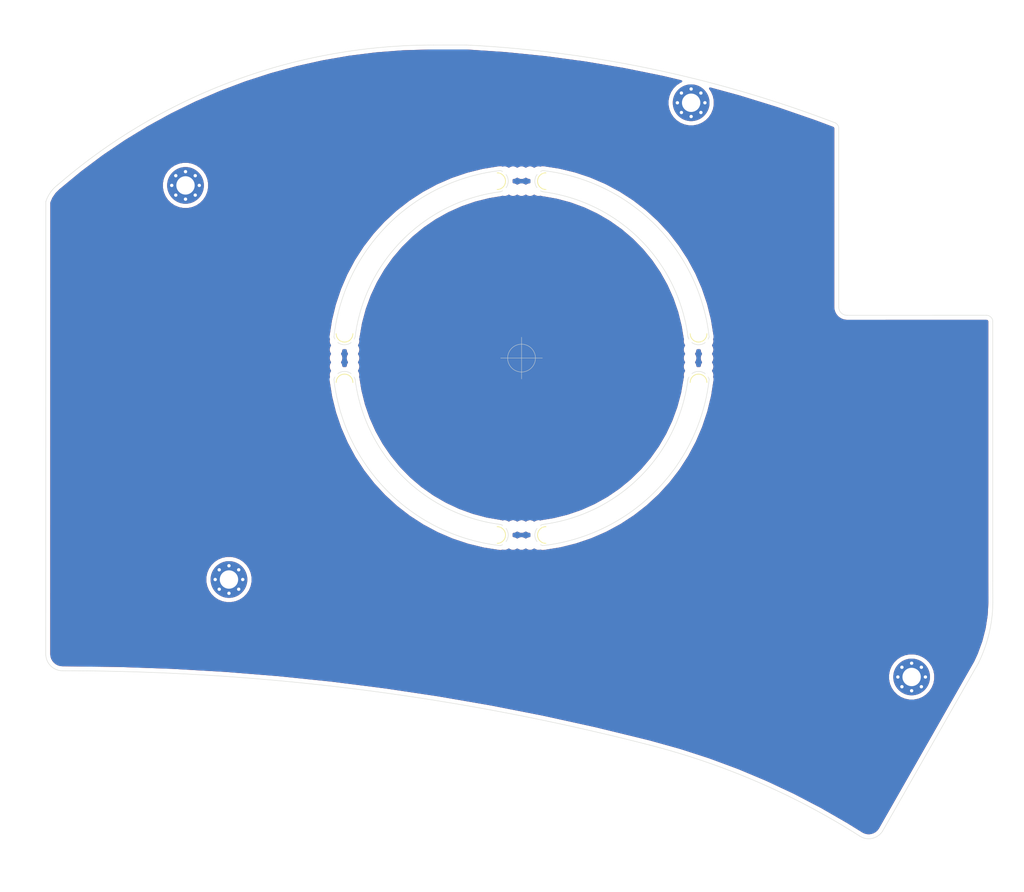
<source format=kicad_pcb>
(kicad_pcb (version 20171130) (host pcbnew "(5.1.4)-1")

  (general
    (thickness 1.6)
    (drawings 36)
    (tracks 0)
    (zones 0)
    (modules 8)
    (nets 1)
  )

  (page A4)
  (layers
    (0 F.Cu signal)
    (31 B.Cu signal)
    (32 B.Adhes user)
    (33 F.Adhes user)
    (34 B.Paste user)
    (35 F.Paste user)
    (36 B.SilkS user)
    (37 F.SilkS user)
    (38 B.Mask user)
    (39 F.Mask user)
    (40 Dwgs.User user)
    (41 Cmts.User user)
    (42 Eco1.User user)
    (43 Eco2.User user)
    (44 Edge.Cuts user)
    (45 Margin user)
    (46 B.CrtYd user)
    (47 F.CrtYd user)
    (48 B.Fab user)
    (49 F.Fab user hide)
  )

  (setup
    (last_trace_width 0.25)
    (trace_clearance 0.2)
    (zone_clearance 0.508)
    (zone_45_only no)
    (trace_min 0.2)
    (via_size 0.8)
    (via_drill 0.4)
    (via_min_size 0.4)
    (via_min_drill 0.3)
    (uvia_size 0.3)
    (uvia_drill 0.1)
    (uvias_allowed no)
    (uvia_min_size 0.2)
    (uvia_min_drill 0.1)
    (edge_width 0.05)
    (segment_width 0.2)
    (pcb_text_width 0.3)
    (pcb_text_size 1.5 1.5)
    (mod_edge_width 0.12)
    (mod_text_size 1 1)
    (mod_text_width 0.15)
    (pad_size 0.9 1.25)
    (pad_drill 0)
    (pad_to_mask_clearance 0)
    (aux_axis_origin 0 0)
    (grid_origin 92.202 87.249)
    (visible_elements 7FF9EFFF)
    (pcbplotparams
      (layerselection 0x010fc_ffffffff)
      (usegerberextensions false)
      (usegerberattributes true)
      (usegerberadvancedattributes true)
      (creategerberjobfile true)
      (excludeedgelayer true)
      (linewidth 0.100000)
      (plotframeref false)
      (viasonmask false)
      (mode 1)
      (useauxorigin false)
      (hpglpennumber 1)
      (hpglpenspeed 20)
      (hpglpendiameter 15.000000)
      (psnegative false)
      (psa4output false)
      (plotreference true)
      (plotvalue true)
      (plotinvisibletext false)
      (padsonsilk false)
      (subtractmaskfromsilk false)
      (outputformat 1)
      (mirror false)
      (drillshape 0)
      (scaleselection 1)
      (outputdirectory "sweep2gerber"))
  )

  (net 0 "")

  (net_class Default "This is the default net class."
    (clearance 0.2)
    (trace_width 0.25)
    (via_dia 0.8)
    (via_drill 0.4)
    (uvia_dia 0.3)
    (uvia_drill 0.1)
  )

  (module Duckyb-Parts:mouse-bite-5mm-slot-with-space-for-track (layer F.Cu) (tedit 6197D860) (tstamp 61E4492D)
    (at 113.665 86.995)
    (attr virtual)
    (fp_text reference mouse-bite-5mm-slot (at 0 -2) (layer F.SilkS) hide
      (effects (font (size 1 1) (thickness 0.2)))
    )
    (fp_text value VAL** (at 0 0) (layer F.SilkS) hide
      (effects (font (size 1 1) (thickness 0.2)))
    )
    (fp_circle (center 0 -2.921) (end 0.06 -2.921) (layer Dwgs.User) (width 0.05))
    (fp_circle (center 0 2.921) (end 0.06 2.921) (layer Dwgs.User) (width 0.05))
    (fp_arc (start 0 2.921) (end -1 2.921) (angle 180) (layer F.SilkS) (width 0.1))
    (fp_arc (start 0 -2.921) (end 1 -2.921) (angle 180) (layer F.SilkS) (width 0.1))
    (fp_line (start -1.27 -2.54) (end 1.27 -2.54) (layer Dwgs.User) (width 0.06))
    (fp_line (start -1.27 2.54) (end 1.27 2.54) (layer Dwgs.User) (width 0.06))
    (fp_line (start 1.27 -2.54) (end 1.27 2.54) (layer Dwgs.User) (width 0.06))
    (fp_line (start -1.27 2.54) (end -1.27 -2.54) (layer Dwgs.User) (width 0.06))
    (pad "" np_thru_hole circle (at -1.016 -1.016) (size 0.5 0.5) (drill 0.5) (layers *.Cu *.Mask))
    (pad "" np_thru_hole circle (at -1.016 1.016) (size 0.5 0.5) (drill 0.5) (layers *.Cu *.Mask))
    (pad "" np_thru_hole circle (at 1.016 1.016) (size 0.5 0.5) (drill 0.5) (layers *.Cu *.Mask))
    (pad "" np_thru_hole circle (at 1.016 -1.016) (size 0.5 0.5) (drill 0.5) (layers *.Cu *.Mask))
    (pad "" np_thru_hole circle (at -1.016 -2.032) (size 0.5 0.5) (drill 0.5) (layers *.Cu *.Mask))
    (pad "" np_thru_hole circle (at 1.016 -2.032) (size 0.5 0.5) (drill 0.5) (layers *.Cu *.Mask))
    (pad "" np_thru_hole circle (at -1.016 2.032) (size 0.5 0.5) (drill 0.5) (layers *.Cu *.Mask))
    (pad "" np_thru_hole circle (at 1.016 2.032) (size 0.5 0.5) (drill 0.5) (layers *.Cu *.Mask))
    (pad "" np_thru_hole circle (at -1.016 0) (size 0.5 0.5) (drill 0.5) (layers *.Cu *.Mask))
    (pad "" np_thru_hole circle (at 1.016 0) (size 0.5 0.5) (drill 0.5) (layers *.Cu *.Mask))
  )

  (module Duckyb-Parts:mouse-bite-5mm-slot-with-space-for-track (layer F.Cu) (tedit 6197D860) (tstamp 61E4492D)
    (at 92.456 108.204 270)
    (attr virtual)
    (fp_text reference mouse-bite-5mm-slot (at 0 -2 90) (layer F.SilkS) hide
      (effects (font (size 1 1) (thickness 0.2)))
    )
    (fp_text value VAL** (at 0 0 90) (layer F.SilkS) hide
      (effects (font (size 1 1) (thickness 0.2)))
    )
    (fp_circle (center 0 -2.921) (end 0.06 -2.921) (layer Dwgs.User) (width 0.05))
    (fp_circle (center 0 2.921) (end 0.06 2.921) (layer Dwgs.User) (width 0.05))
    (fp_arc (start 0 2.921) (end -1 2.921) (angle 180) (layer F.SilkS) (width 0.1))
    (fp_arc (start 0 -2.921) (end 1 -2.921) (angle 180) (layer F.SilkS) (width 0.1))
    (fp_line (start -1.27 -2.54) (end 1.27 -2.54) (layer Dwgs.User) (width 0.06))
    (fp_line (start -1.27 2.54) (end 1.27 2.54) (layer Dwgs.User) (width 0.06))
    (fp_line (start 1.27 -2.54) (end 1.27 2.54) (layer Dwgs.User) (width 0.06))
    (fp_line (start -1.27 2.54) (end -1.27 -2.54) (layer Dwgs.User) (width 0.06))
    (pad "" np_thru_hole circle (at -1.016 -1.016 270) (size 0.5 0.5) (drill 0.5) (layers *.Cu *.Mask))
    (pad "" np_thru_hole circle (at -1.016 1.016 270) (size 0.5 0.5) (drill 0.5) (layers *.Cu *.Mask))
    (pad "" np_thru_hole circle (at 1.016 1.016 270) (size 0.5 0.5) (drill 0.5) (layers *.Cu *.Mask))
    (pad "" np_thru_hole circle (at 1.016 -1.016 270) (size 0.5 0.5) (drill 0.5) (layers *.Cu *.Mask))
    (pad "" np_thru_hole circle (at -1.016 -2.032 270) (size 0.5 0.5) (drill 0.5) (layers *.Cu *.Mask))
    (pad "" np_thru_hole circle (at 1.016 -2.032 270) (size 0.5 0.5) (drill 0.5) (layers *.Cu *.Mask))
    (pad "" np_thru_hole circle (at -1.016 2.032 270) (size 0.5 0.5) (drill 0.5) (layers *.Cu *.Mask))
    (pad "" np_thru_hole circle (at 1.016 2.032 270) (size 0.5 0.5) (drill 0.5) (layers *.Cu *.Mask))
    (pad "" np_thru_hole circle (at -1.016 0 270) (size 0.5 0.5) (drill 0.5) (layers *.Cu *.Mask))
    (pad "" np_thru_hole circle (at 1.016 0 270) (size 0.5 0.5) (drill 0.5) (layers *.Cu *.Mask))
  )

  (module Duckyb-Parts:mouse-bite-5mm-slot-with-space-for-track (layer F.Cu) (tedit 6197D860) (tstamp 61E4492D)
    (at 71.247 86.995 180)
    (attr virtual)
    (fp_text reference mouse-bite-5mm-slot (at 0 -2) (layer F.SilkS) hide
      (effects (font (size 1 1) (thickness 0.2)))
    )
    (fp_text value VAL** (at 0 0) (layer F.SilkS) hide
      (effects (font (size 1 1) (thickness 0.2)))
    )
    (fp_circle (center 0 -2.921) (end 0.06 -2.921) (layer Dwgs.User) (width 0.05))
    (fp_circle (center 0 2.921) (end 0.06 2.921) (layer Dwgs.User) (width 0.05))
    (fp_arc (start 0 2.921) (end -1 2.921) (angle 180) (layer F.SilkS) (width 0.1))
    (fp_arc (start 0 -2.921) (end 1 -2.921) (angle 180) (layer F.SilkS) (width 0.1))
    (fp_line (start -1.27 -2.54) (end 1.27 -2.54) (layer Dwgs.User) (width 0.06))
    (fp_line (start -1.27 2.54) (end 1.27 2.54) (layer Dwgs.User) (width 0.06))
    (fp_line (start 1.27 -2.54) (end 1.27 2.54) (layer Dwgs.User) (width 0.06))
    (fp_line (start -1.27 2.54) (end -1.27 -2.54) (layer Dwgs.User) (width 0.06))
    (pad "" np_thru_hole circle (at -1.016 -1.016 180) (size 0.5 0.5) (drill 0.5) (layers *.Cu *.Mask))
    (pad "" np_thru_hole circle (at -1.016 1.016 180) (size 0.5 0.5) (drill 0.5) (layers *.Cu *.Mask))
    (pad "" np_thru_hole circle (at 1.016 1.016 180) (size 0.5 0.5) (drill 0.5) (layers *.Cu *.Mask))
    (pad "" np_thru_hole circle (at 1.016 -1.016 180) (size 0.5 0.5) (drill 0.5) (layers *.Cu *.Mask))
    (pad "" np_thru_hole circle (at -1.016 -2.032 180) (size 0.5 0.5) (drill 0.5) (layers *.Cu *.Mask))
    (pad "" np_thru_hole circle (at 1.016 -2.032 180) (size 0.5 0.5) (drill 0.5) (layers *.Cu *.Mask))
    (pad "" np_thru_hole circle (at -1.016 2.032 180) (size 0.5 0.5) (drill 0.5) (layers *.Cu *.Mask))
    (pad "" np_thru_hole circle (at 1.016 2.032 180) (size 0.5 0.5) (drill 0.5) (layers *.Cu *.Mask))
    (pad "" np_thru_hole circle (at -1.016 0 180) (size 0.5 0.5) (drill 0.5) (layers *.Cu *.Mask))
    (pad "" np_thru_hole circle (at 1.016 0 180) (size 0.5 0.5) (drill 0.5) (layers *.Cu *.Mask))
  )

  (module Duckyb-Parts:mouse-bite-5mm-slot-with-space-for-track (layer F.Cu) (tedit 6197D860) (tstamp 61E49E39)
    (at 92.456 65.786 90)
    (attr virtual)
    (fp_text reference mouse-bite-5mm-slot (at 0 -2 90) (layer F.SilkS) hide
      (effects (font (size 1 1) (thickness 0.2)))
    )
    (fp_text value VAL** (at 0 0 90) (layer F.SilkS) hide
      (effects (font (size 1 1) (thickness 0.2)))
    )
    (fp_line (start -1.27 2.54) (end -1.27 -2.54) (layer Dwgs.User) (width 0.06))
    (fp_line (start 1.27 -2.54) (end 1.27 2.54) (layer Dwgs.User) (width 0.06))
    (fp_line (start -1.27 2.54) (end 1.27 2.54) (layer Dwgs.User) (width 0.06))
    (fp_line (start -1.27 -2.54) (end 1.27 -2.54) (layer Dwgs.User) (width 0.06))
    (fp_arc (start 0 -2.921) (end 1 -2.921) (angle 180) (layer F.SilkS) (width 0.1))
    (fp_arc (start 0 2.921) (end -1 2.921) (angle 180) (layer F.SilkS) (width 0.1))
    (fp_circle (center 0 2.921) (end 0.06 2.921) (layer Dwgs.User) (width 0.05))
    (fp_circle (center 0 -2.921) (end 0.06 -2.921) (layer Dwgs.User) (width 0.05))
    (pad "" np_thru_hole circle (at 1.016 0 90) (size 0.5 0.5) (drill 0.5) (layers *.Cu *.Mask))
    (pad "" np_thru_hole circle (at -1.016 0 90) (size 0.5 0.5) (drill 0.5) (layers *.Cu *.Mask))
    (pad "" np_thru_hole circle (at 1.016 2.032 90) (size 0.5 0.5) (drill 0.5) (layers *.Cu *.Mask))
    (pad "" np_thru_hole circle (at -1.016 2.032 90) (size 0.5 0.5) (drill 0.5) (layers *.Cu *.Mask))
    (pad "" np_thru_hole circle (at 1.016 -2.032 90) (size 0.5 0.5) (drill 0.5) (layers *.Cu *.Mask))
    (pad "" np_thru_hole circle (at -1.016 -2.032 90) (size 0.5 0.5) (drill 0.5) (layers *.Cu *.Mask))
    (pad "" np_thru_hole circle (at 1.016 -1.016 90) (size 0.5 0.5) (drill 0.5) (layers *.Cu *.Mask))
    (pad "" np_thru_hole circle (at 1.016 1.016 90) (size 0.5 0.5) (drill 0.5) (layers *.Cu *.Mask))
    (pad "" np_thru_hole circle (at -1.016 1.016 90) (size 0.5 0.5) (drill 0.5) (layers *.Cu *.Mask))
    (pad "" np_thru_hole circle (at -1.016 -1.016 90) (size 0.5 0.5) (drill 0.5) (layers *.Cu *.Mask))
  )

  (module MountingHole:MountingHole_2.2mm_M2_Pad_Via (layer F.Cu) (tedit 56DDB9C7) (tstamp 61E62E14)
    (at 57.404 113.538)
    (descr "Mounting Hole 2.2mm, M2")
    (tags "mounting hole 2.2mm m2")
    (attr virtual)
    (fp_text reference "Mounting 03" (at 0 -4.2) (layer F.SilkS) hide
      (effects (font (size 1 1) (thickness 0.15)))
    )
    (fp_text value MountingHole_2.2mm_M2_Pad_Via (at 0 4.2) (layer F.Fab)
      (effects (font (size 1 1) (thickness 0.15)))
    )
    (fp_circle (center 0 0) (end 2.45 0) (layer F.CrtYd) (width 0.05))
    (fp_circle (center 0 0) (end 2.2 0) (layer Cmts.User) (width 0.15))
    (fp_text user %R (at 0.3 0) (layer F.Fab)
      (effects (font (size 1 1) (thickness 0.15)))
    )
    (pad 1 thru_hole circle (at 1.166726 -1.166726) (size 0.7 0.7) (drill 0.4) (layers *.Cu *.Mask))
    (pad 1 thru_hole circle (at 0 -1.65) (size 0.7 0.7) (drill 0.4) (layers *.Cu *.Mask))
    (pad 1 thru_hole circle (at -1.166726 -1.166726) (size 0.7 0.7) (drill 0.4) (layers *.Cu *.Mask))
    (pad 1 thru_hole circle (at -1.65 0) (size 0.7 0.7) (drill 0.4) (layers *.Cu *.Mask))
    (pad 1 thru_hole circle (at -1.166726 1.166726) (size 0.7 0.7) (drill 0.4) (layers *.Cu *.Mask))
    (pad 1 thru_hole circle (at 0 1.65) (size 0.7 0.7) (drill 0.4) (layers *.Cu *.Mask))
    (pad 1 thru_hole circle (at 1.166726 1.166726) (size 0.7 0.7) (drill 0.4) (layers *.Cu *.Mask))
    (pad 1 thru_hole circle (at 1.65 0) (size 0.7 0.7) (drill 0.4) (layers *.Cu *.Mask))
    (pad 1 thru_hole circle (at 0 0) (size 4.4 4.4) (drill 2.2) (layers *.Cu *.Mask))
  )

  (module MountingHole:MountingHole_2.2mm_M2_Pad_Via (layer F.Cu) (tedit 56DDB9C7) (tstamp 61E62E14)
    (at 139.192 125.222)
    (descr "Mounting Hole 2.2mm, M2")
    (tags "mounting hole 2.2mm m2")
    (attr virtual)
    (fp_text reference "Mounting 02" (at 0 -4.2) (layer F.SilkS) hide
      (effects (font (size 1 1) (thickness 0.15)))
    )
    (fp_text value MountingHole_2.2mm_M2_Pad_Via (at 0 4.2) (layer F.Fab)
      (effects (font (size 1 1) (thickness 0.15)))
    )
    (fp_circle (center 0 0) (end 2.45 0) (layer F.CrtYd) (width 0.05))
    (fp_circle (center 0 0) (end 2.2 0) (layer Cmts.User) (width 0.15))
    (fp_text user %R (at 0.3 0) (layer F.Fab)
      (effects (font (size 1 1) (thickness 0.15)))
    )
    (pad 1 thru_hole circle (at 1.166726 -1.166726) (size 0.7 0.7) (drill 0.4) (layers *.Cu *.Mask))
    (pad 1 thru_hole circle (at 0 -1.65) (size 0.7 0.7) (drill 0.4) (layers *.Cu *.Mask))
    (pad 1 thru_hole circle (at -1.166726 -1.166726) (size 0.7 0.7) (drill 0.4) (layers *.Cu *.Mask))
    (pad 1 thru_hole circle (at -1.65 0) (size 0.7 0.7) (drill 0.4) (layers *.Cu *.Mask))
    (pad 1 thru_hole circle (at -1.166726 1.166726) (size 0.7 0.7) (drill 0.4) (layers *.Cu *.Mask))
    (pad 1 thru_hole circle (at 0 1.65) (size 0.7 0.7) (drill 0.4) (layers *.Cu *.Mask))
    (pad 1 thru_hole circle (at 1.166726 1.166726) (size 0.7 0.7) (drill 0.4) (layers *.Cu *.Mask))
    (pad 1 thru_hole circle (at 1.65 0) (size 0.7 0.7) (drill 0.4) (layers *.Cu *.Mask))
    (pad 1 thru_hole circle (at 0 0) (size 4.4 4.4) (drill 2.2) (layers *.Cu *.Mask))
  )

  (module MountingHole:MountingHole_2.2mm_M2_Pad_Via (layer F.Cu) (tedit 56DDB9C7) (tstamp 61E62E14)
    (at 112.776 56.388)
    (descr "Mounting Hole 2.2mm, M2")
    (tags "mounting hole 2.2mm m2")
    (attr virtual)
    (fp_text reference "Mounting 01" (at 0 -4.2) (layer F.SilkS) hide
      (effects (font (size 1 1) (thickness 0.15)))
    )
    (fp_text value MountingHole_2.2mm_M2_Pad_Via (at 0 4.2) (layer F.Fab)
      (effects (font (size 1 1) (thickness 0.15)))
    )
    (fp_circle (center 0 0) (end 2.45 0) (layer F.CrtYd) (width 0.05))
    (fp_circle (center 0 0) (end 2.2 0) (layer Cmts.User) (width 0.15))
    (fp_text user %R (at 0.3 0) (layer F.Fab)
      (effects (font (size 1 1) (thickness 0.15)))
    )
    (pad 1 thru_hole circle (at 1.166726 -1.166726) (size 0.7 0.7) (drill 0.4) (layers *.Cu *.Mask))
    (pad 1 thru_hole circle (at 0 -1.65) (size 0.7 0.7) (drill 0.4) (layers *.Cu *.Mask))
    (pad 1 thru_hole circle (at -1.166726 -1.166726) (size 0.7 0.7) (drill 0.4) (layers *.Cu *.Mask))
    (pad 1 thru_hole circle (at -1.65 0) (size 0.7 0.7) (drill 0.4) (layers *.Cu *.Mask))
    (pad 1 thru_hole circle (at -1.166726 1.166726) (size 0.7 0.7) (drill 0.4) (layers *.Cu *.Mask))
    (pad 1 thru_hole circle (at 0 1.65) (size 0.7 0.7) (drill 0.4) (layers *.Cu *.Mask))
    (pad 1 thru_hole circle (at 1.166726 1.166726) (size 0.7 0.7) (drill 0.4) (layers *.Cu *.Mask))
    (pad 1 thru_hole circle (at 1.65 0) (size 0.7 0.7) (drill 0.4) (layers *.Cu *.Mask))
    (pad 1 thru_hole circle (at 0 0) (size 4.4 4.4) (drill 2.2) (layers *.Cu *.Mask))
  )

  (module MountingHole:MountingHole_2.2mm_M2_Pad_Via (layer F.Cu) (tedit 56DDB9C7) (tstamp 61E62DF2)
    (at 52.197 66.294)
    (descr "Mounting Hole 2.2mm, M2")
    (tags "mounting hole 2.2mm m2")
    (attr virtual)
    (fp_text reference "Mounting 04" (at 0 -4.2) (layer F.SilkS) hide
      (effects (font (size 1 1) (thickness 0.15)))
    )
    (fp_text value MountingHole_2.2mm_M2_Pad_Via (at 0 4.2) (layer F.Fab)
      (effects (font (size 1 1) (thickness 0.15)))
    )
    (fp_circle (center 0 0) (end 2.45 0) (layer F.CrtYd) (width 0.05))
    (fp_circle (center 0 0) (end 2.2 0) (layer Cmts.User) (width 0.15))
    (fp_text user %R (at 0.3 0) (layer F.Fab)
      (effects (font (size 1 1) (thickness 0.15)))
    )
    (pad 1 thru_hole circle (at 1.166726 -1.166726) (size 0.7 0.7) (drill 0.4) (layers *.Cu *.Mask))
    (pad 1 thru_hole circle (at 0 -1.65) (size 0.7 0.7) (drill 0.4) (layers *.Cu *.Mask))
    (pad 1 thru_hole circle (at -1.166726 -1.166726) (size 0.7 0.7) (drill 0.4) (layers *.Cu *.Mask))
    (pad 1 thru_hole circle (at -1.65 0) (size 0.7 0.7) (drill 0.4) (layers *.Cu *.Mask))
    (pad 1 thru_hole circle (at -1.166726 1.166726) (size 0.7 0.7) (drill 0.4) (layers *.Cu *.Mask))
    (pad 1 thru_hole circle (at 0 1.65) (size 0.7 0.7) (drill 0.4) (layers *.Cu *.Mask))
    (pad 1 thru_hole circle (at 1.166726 1.166726) (size 0.7 0.7) (drill 0.4) (layers *.Cu *.Mask))
    (pad 1 thru_hole circle (at 1.65 0) (size 0.7 0.7) (drill 0.4) (layers *.Cu *.Mask))
    (pad 1 thru_hole circle (at 0 0) (size 4.4 4.4) (drill 2.2) (layers *.Cu *.Mask))
  )

  (gr_arc (start 95.377 108.204) (end 94.996 106.934) (angle -146.6014288) (layer Edge.Cuts) (width 0.05) (tstamp 61E44B0B))
  (gr_arc (start 92.456 86.995) (end 94.995999 109.473999) (angle -77.10648924) (layer Edge.Cuts) (width 0.05) (tstamp 61E44B0A))
  (gr_arc (start 113.665 89.916) (end 114.934998 89.535002) (angle -146.6015943) (layer Edge.Cuts) (width 0.05) (tstamp 61E44B09))
  (gr_arc (start 92.456 86.995) (end 94.995999 106.933999) (angle -75.48055191) (layer Edge.Cuts) (width 0.05) (tstamp 61E44B08))
  (gr_arc (start 71.247 89.916) (end 72.517 89.535) (angle -146.6014288) (layer Edge.Cuts) (width 0.05) (tstamp 61E44B0B))
  (gr_arc (start 92.456 86.995) (end 69.977001 89.534999) (angle -77.10648924) (layer Edge.Cuts) (width 0.05) (tstamp 61E44B0A))
  (gr_arc (start 89.535 108.204) (end 89.915998 109.473998) (angle -146.6015943) (layer Edge.Cuts) (width 0.05) (tstamp 61E44B09))
  (gr_arc (start 92.456 86.995) (end 72.517001 89.534999) (angle -75.48055191) (layer Edge.Cuts) (width 0.05) (tstamp 61E44B08))
  (gr_arc (start 89.535 65.786) (end 89.916 67.056) (angle -146.6014288) (layer Edge.Cuts) (width 0.05) (tstamp 61E44B0B))
  (gr_arc (start 92.456 86.995) (end 89.916001 64.516001) (angle -77.10648924) (layer Edge.Cuts) (width 0.05) (tstamp 61E44B0A))
  (gr_arc (start 71.247 84.074) (end 69.977002 84.454998) (angle -146.6015943) (layer Edge.Cuts) (width 0.05) (tstamp 61E44B09))
  (gr_arc (start 92.456 86.995) (end 89.916001 67.056001) (angle -75.48055191) (layer Edge.Cuts) (width 0.05) (tstamp 61E44B08))
  (gr_arc (start 113.665 84.074) (end 112.395 84.455) (angle -146.6014288) (layer Edge.Cuts) (width 0.05))
  (gr_arc (start 95.377 65.786) (end 94.996002 64.516002) (angle -146.6015943) (layer Edge.Cuts) (width 0.05))
  (gr_arc (start 92.456 86.995) (end 112.394999 84.455001) (angle -75.48055191) (layer Edge.Cuts) (width 0.05))
  (gr_arc (start 92.456 86.995) (end 114.934999 84.455001) (angle -77.10648924) (layer Edge.Cuts) (width 0.05))
  (target plus (at 92.456 86.995) (size 5) (width 0.05) (layer Edge.Cuts))
  (gr_arc (start 81.868 118.198) (end 81.868 49.468) (angle -40.87028694) (layer Edge.Cuts) (width 0.05) (tstamp 61005D9D))
  (gr_line (start 85.843124 49.465561) (end 81.868 49.468) (layer Edge.Cuts) (width 0.05) (tstamp 61005D9C))
  (gr_line (start 35.465859 68.23732) (end 35.458001 122.542999) (layer Edge.Cuts) (width 0.05) (tstamp 61005D9B))
  (gr_arc (start 129.713 59.473) (end 130.463 59.473) (angle -65.14479855) (layer Edge.Cuts) (width 0.05) (tstamp 61005D98))
  (gr_arc (start 37.458 122.473) (end 35.458001 122.542999) (angle -88.99765458) (layer Edge.Cuts) (width 0.05) (tstamp 61005D96))
  (gr_arc (start 37.488 406.408) (end 107.798171 133.38233) (angle -14.38425514) (layer Edge.Cuts) (width 0.05) (tstamp 61005D95))
  (gr_line (start 37.768 124.474571) (end 37.493002 124.473917) (layer Edge.Cuts) (width 0.05) (tstamp 61005D93))
  (gr_arc (start 78.550642 193.305354) (end 130.028245 58.79247) (angle -18.03933832) (layer Edge.Cuts) (width 0.05) (tstamp 61005D92))
  (gr_arc (start 39.338 69.468) (end 36.893 66.223) (angle -35.37139642) (layer Edge.Cuts) (width 0.05) (tstamp 61005D91))
  (gr_line (start 130.458 80.868917) (end 130.463 59.473) (layer Edge.Cuts) (width 0.05) (tstamp 61005D8F))
  (gr_arc (start 134.048 142.648) (end 132.978 144.298) (angle -90.64821197) (layer Edge.Cuts) (width 0.05) (tstamp 61005D97))
  (gr_arc (start 86.248 217.608) (end 132.978 144.298) (angle -18.16273367) (layer Edge.Cuts) (width 0.05) (tstamp 61005D94))
  (gr_arc (start 131.458 80.868917) (end 131.458 81.868917) (angle 90) (layer Edge.Cuts) (width 0.05) (tstamp 61005D86))
  (gr_line (start 148.912 113.7285) (end 148.924 116.248) (layer Edge.Cuts) (width 0.05) (tstamp 608DF092))
  (gr_line (start 148.912 82.616) (end 148.912 113.7285) (layer Edge.Cuts) (width 0.05) (tstamp 608AB3DA))
  (gr_arc (start 132.105827 116.117708) (end 147.161679 123.613657) (angle -26.02374958) (layer Edge.Cuts) (width 0.05) (tstamp 608AAEBE))
  (gr_line (start 147.161679 123.613657) (end 135.71 143.699265) (layer Edge.Cuts) (width 0.05) (tstamp 608AAEBD))
  (gr_line (start 131.458 81.868917) (end 148.162 81.866) (layer Edge.Cuts) (width 0.05) (tstamp 608AAEBB))
  (gr_arc (start 148.162 82.616) (end 148.912 82.616) (angle -90) (layer Edge.Cuts) (width 0.05) (tstamp 608AAEAF))

  (zone (net 0) (net_name "") (layer F.Cu) (tstamp 0) (hatch edge 0.508)
    (connect_pads (clearance 0.508))
    (min_thickness 0.254)
    (fill yes (arc_segments 32) (thermal_gap 0.508) (thermal_bridge_width 0.508))
    (polygon
      (pts
        (xy 30.099 44.069) (xy 152.654 44.069) (xy 152.654 151.003) (xy 30.099 151.003)
      )
    )
    (filled_polygon
      (pts
        (xy 90.553051 50.442146) (xy 95.283135 50.918635) (xy 99.994758 51.551681) (xy 104.682844 52.3406) (xy 109.342204 53.28452)
        (xy 111.578689 53.815361) (xy 111.433124 53.875656) (xy 110.968793 54.185912) (xy 110.573912 54.580793) (xy 110.263656 55.045124)
        (xy 110.049948 55.561061) (xy 109.941 56.108777) (xy 109.941 56.667223) (xy 110.049948 57.214939) (xy 110.263656 57.730876)
        (xy 110.573912 58.195207) (xy 110.968793 58.590088) (xy 111.433124 58.900344) (xy 111.949061 59.114052) (xy 112.496777 59.223)
        (xy 113.055223 59.223) (xy 113.602939 59.114052) (xy 114.118876 58.900344) (xy 114.583207 58.590088) (xy 114.978088 58.195207)
        (xy 115.288344 57.730876) (xy 115.502052 57.214939) (xy 115.611 56.667223) (xy 115.611 56.108777) (xy 115.502052 55.561061)
        (xy 115.288344 55.045124) (xy 115.041098 54.675094) (xy 118.554228 55.633036) (xy 123.09678 57.035051) (xy 127.592964 58.587806)
        (xy 129.743403 59.390624) (xy 129.76411 59.402799) (xy 129.77677 59.414061) (xy 129.787004 59.427571) (xy 129.794418 59.442809)
        (xy 129.800251 59.464972) (xy 129.802994 59.499278) (xy 129.797993 80.901181) (xy 129.800783 80.929577) (xy 129.80074 80.935718)
        (xy 129.80164 80.944889) (xy 129.822041 81.138986) (xy 129.834068 81.197575) (xy 129.845277 81.25634) (xy 129.847941 81.265162)
        (xy 129.905653 81.4516) (xy 129.928838 81.506755) (xy 129.951242 81.562208) (xy 129.955568 81.570344) (xy 130.048393 81.742021)
        (xy 130.081846 81.791616) (xy 130.1146 81.84167) (xy 130.120424 81.848811) (xy 130.244828 81.999189) (xy 130.287263 82.041328)
        (xy 130.329126 82.084078) (xy 130.336227 82.089951) (xy 130.487469 82.213301) (xy 130.537277 82.246394) (xy 130.586651 82.280201)
        (xy 130.594757 82.284584) (xy 130.76708 82.376209) (xy 130.822392 82.399007) (xy 130.877366 82.422569) (xy 130.886169 82.425294)
        (xy 131.073006 82.481703) (xy 131.131686 82.493322) (xy 131.190196 82.505759) (xy 131.199361 82.506722) (xy 131.393594 82.525767)
        (xy 131.393606 82.525767) (xy 131.425697 82.528922) (xy 148.129774 82.526005) (xy 148.178867 82.530819) (xy 148.195092 82.535718)
        (xy 148.210053 82.543672) (xy 148.223189 82.554386) (xy 148.233988 82.567441) (xy 148.242049 82.582349) (xy 148.247062 82.598541)
        (xy 148.252 82.645525) (xy 148.252001 113.697656) (xy 148.251854 113.699225) (xy 148.252001 113.730091) (xy 148.252001 113.760919)
        (xy 148.252155 113.762485) (xy 148.263911 116.230888) (xy 148.173904 117.818967) (xy 147.931203 119.378818) (xy 147.537445 120.907544)
        (xy 146.994435 122.395907) (xy 146.573955 123.311958) (xy 135.160151 143.331138) (xy 134.993229 143.545446) (xy 134.800911 143.711951)
        (xy 134.579917 143.83793) (xy 134.338664 143.918583) (xy 134.086333 143.950842) (xy 133.832548 143.933476) (xy 133.586967 143.867146)
        (xy 133.332598 143.741349) (xy 133.332039 143.740993) (xy 133.331132 143.740534) (xy 133.326117 143.737273) (xy 131.569446 142.646677)
        (xy 131.560086 142.641134) (xy 131.550849 142.635551) (xy 128.395847 140.817538) (xy 128.395827 140.817526) (xy 128.371591 140.804228)
        (xy 125.143205 139.119916) (xy 125.118433 139.107646) (xy 121.822347 137.560001) (xy 121.797084 137.548778) (xy 121.797067 137.548771)
        (xy 118.43908 136.140518) (xy 118.413368 136.130363) (xy 114.999338 134.863956) (xy 114.973224 134.854887) (xy 111.509159 133.732556)
        (xy 111.482688 133.724588) (xy 111.482676 133.724585) (xy 108.021937 132.761458) (xy 108.011946 132.75791) (xy 107.997724 132.753221)
        (xy 107.9834 132.748855) (xy 107.96898 132.744816) (xy 107.962295 132.743062) (xy 107.560728 132.639964) (xy 107.560198 132.639834)
        (xy 107.559699 132.639701) (xy 107.552993 132.638028) (xy 101.338436 131.122289) (xy 101.334523 131.121381) (xy 101.330591 131.120426)
        (xy 101.323849 131.118906) (xy 95.076503 129.744549) (xy 95.072513 129.743719) (xy 95.068617 129.742865) (xy 95.061842 129.741498)
        (xy 88.784925 128.50923) (xy 88.780952 128.508497) (xy 88.777003 128.507725) (xy 88.770199 128.506512) (xy 82.466939 127.416968)
        (xy 82.462967 127.416328) (xy 82.458985 127.415643) (xy 82.452155 127.414585) (xy 76.125799 126.468325) (xy 76.121778 126.46777)
        (xy 76.117817 126.467181) (xy 76.110965 126.466278) (xy 69.764769 125.663791) (xy 69.76078 125.663333) (xy 69.756763 125.662828)
        (xy 69.749892 125.662081) (xy 63.387124 125.003778) (xy 63.383108 125.003408) (xy 63.379099 125.002997) (xy 63.372213 125.002406)
        (xy 62.632211 124.942777) (xy 136.357 124.942777) (xy 136.357 125.501223) (xy 136.465948 126.048939) (xy 136.679656 126.564876)
        (xy 136.989912 127.029207) (xy 137.384793 127.424088) (xy 137.849124 127.734344) (xy 138.365061 127.948052) (xy 138.912777 128.057)
        (xy 139.471223 128.057) (xy 140.018939 127.948052) (xy 140.534876 127.734344) (xy 140.999207 127.424088) (xy 141.394088 127.029207)
        (xy 141.704344 126.564876) (xy 141.918052 126.048939) (xy 142.027 125.501223) (xy 142.027 124.942777) (xy 141.918052 124.395061)
        (xy 141.704344 123.879124) (xy 141.394088 123.414793) (xy 140.999207 123.019912) (xy 140.534876 122.709656) (xy 140.018939 122.495948)
        (xy 139.471223 122.387) (xy 138.912777 122.387) (xy 138.365061 122.495948) (xy 137.849124 122.709656) (xy 137.384793 123.019912)
        (xy 136.989912 123.414793) (xy 136.679656 123.879124) (xy 136.465948 124.395061) (xy 136.357 124.942777) (xy 62.632211 124.942777)
        (xy 56.996147 124.488626) (xy 56.992071 124.488344) (xy 56.988105 124.488028) (xy 56.981207 124.487593) (xy 50.595127 124.118602)
        (xy 50.5911 124.118415) (xy 50.587074 124.118186) (xy 50.580168 124.117908) (xy 44.187359 123.893895) (xy 44.183383 123.893801)
        (xy 44.179299 123.893661) (xy 44.172389 123.89354) (xy 37.805261 123.81498) (xy 37.801988 123.81465) (xy 37.520284 123.81398)
        (xy 37.221101 123.78992) (xy 36.969821 123.718825) (xy 36.737135 123.600277) (xy 36.531907 123.43879) (xy 36.361956 123.240521)
        (xy 36.233752 123.013015) (xy 36.15163 122.763271) (xy 36.118007 122.500926) (xy 36.119344 113.258777) (xy 54.569 113.258777)
        (xy 54.569 113.817223) (xy 54.677948 114.364939) (xy 54.891656 114.880876) (xy 55.201912 115.345207) (xy 55.596793 115.740088)
        (xy 56.061124 116.050344) (xy 56.577061 116.264052) (xy 57.124777 116.373) (xy 57.683223 116.373) (xy 58.230939 116.264052)
        (xy 58.746876 116.050344) (xy 59.211207 115.740088) (xy 59.606088 115.345207) (xy 59.916344 114.880876) (xy 60.130052 114.364939)
        (xy 60.239 113.817223) (xy 60.239 113.258777) (xy 60.130052 112.711061) (xy 59.916344 112.195124) (xy 59.606088 111.730793)
        (xy 59.211207 111.335912) (xy 58.746876 111.025656) (xy 58.230939 110.811948) (xy 57.683223 110.703) (xy 57.124777 110.703)
        (xy 56.577061 110.811948) (xy 56.061124 111.025656) (xy 55.596793 111.335912) (xy 55.201912 111.730793) (xy 54.891656 112.195124)
        (xy 54.677948 112.711061) (xy 54.569 113.258777) (xy 36.119344 113.258777) (xy 36.122776 89.536156) (xy 69.317003 89.536156)
        (xy 69.317423 89.540361) (xy 69.318773 89.583333) (xy 69.321375 89.610854) (xy 69.335283 89.731063) (xy 69.33542 89.731929)
        (xy 69.335488 89.73282) (xy 69.339313 89.760198) (xy 69.640702 91.630698) (xy 69.64347 91.644237) (xy 69.64567 91.657892)
        (xy 69.651773 91.684854) (xy 70.108624 93.523575) (xy 70.112516 93.536839) (xy 70.11585 93.550257) (xy 70.124187 93.576614)
        (xy 70.733296 95.370658) (xy 70.738286 95.383555) (xy 70.74273 95.396643) (xy 70.753243 95.42221) (xy 71.510338 97.158993)
        (xy 71.516391 97.171429) (xy 71.521913 97.184096) (xy 71.534529 97.208694) (xy 72.434298 98.876034) (xy 72.441363 98.887908)
        (xy 72.447933 98.900082) (xy 72.462563 98.923537) (xy 73.498697 100.509739) (xy 73.506732 100.520981) (xy 73.514296 100.532561)
        (xy 73.530837 100.55471) (xy 74.696067 102.048647) (xy 74.70501 102.059173) (xy 74.713521 102.070084) (xy 74.731858 102.090771)
        (xy 76.018011 103.481964) (xy 76.027801 103.491702) (xy 76.037197 103.501865) (xy 76.057201 103.520945) (xy 77.455254 104.799638)
        (xy 77.465835 104.808532) (xy 77.476039 104.817864) (xy 77.497545 104.835184) (xy 77.497568 104.835203) (xy 77.49758 104.835211)
        (xy 78.997718 105.992425) (xy 79.009012 106.000406) (xy 79.019955 106.008847) (xy 79.04286 106.024324) (xy 80.634581 107.051958)
        (xy 80.646498 107.058963) (xy 80.658114 107.066462) (xy 80.682234 107.079968) (xy 82.354363 107.970806) (xy 82.366811 107.976782)
        (xy 82.379028 107.983291) (xy 82.404194 107.994731) (xy 84.145002 108.742524) (xy 84.157924 108.747445) (xy 84.170624 108.7529)
        (xy 84.196659 108.762195) (xy 85.993936 109.361699) (xy 86.007218 109.365519) (xy 86.020337 109.369895) (xy 86.047058 109.376978)
        (xy 87.888196 109.823987) (xy 87.901756 109.826684) (xy 87.91519 109.829945) (xy 87.94241 109.834768) (xy 89.814496 110.126147)
        (xy 89.840919 110.129132) (xy 89.847006 110.130382) (xy 89.852305 110.130419) (xy 89.869422 110.132353) (xy 89.924675 110.133942)
        (xy 89.973274 110.131264) (xy 89.975813 110.131282) (xy 89.976975 110.13106) (xy 89.979867 110.130901) (xy 90.034612 110.123253)
        (xy 90.088524 110.111051) (xy 90.098633 110.107853) (xy 90.102341 110.107146) (xy 90.111163 110.104482) (xy 90.133305 110.097628)
        (xy 90.140441 110.094628) (xy 90.141226 110.09438) (xy 90.163958 110.085032) (xy 90.19072 110.076901) (xy 90.192273 110.076245)
        (xy 90.336835 110.105) (xy 90.511165 110.105) (xy 90.682145 110.07099) (xy 90.843205 110.004277) (xy 90.932 109.944946)
        (xy 91.020795 110.004277) (xy 91.181855 110.07099) (xy 91.352835 110.105) (xy 91.527165 110.105) (xy 91.698145 110.07099)
        (xy 91.859205 110.004277) (xy 91.948 109.944946) (xy 92.036795 110.004277) (xy 92.197855 110.07099) (xy 92.368835 110.105)
        (xy 92.543165 110.105) (xy 92.714145 110.07099) (xy 92.875205 110.004277) (xy 92.964 109.944946) (xy 93.052795 110.004277)
        (xy 93.213855 110.07099) (xy 93.384835 110.105) (xy 93.559165 110.105) (xy 93.730145 110.07099) (xy 93.891205 110.004277)
        (xy 93.98 109.944946) (xy 94.068795 110.004277) (xy 94.229855 110.07099) (xy 94.400835 110.105) (xy 94.575165 110.105)
        (xy 94.72334 110.075526) (xy 94.745563 110.08464) (xy 94.751344 110.086374) (xy 94.772429 110.094979) (xy 94.825175 110.111509)
        (xy 94.864223 110.120238) (xy 94.86894 110.121653) (xy 94.871774 110.121926) (xy 94.87912 110.123568) (xy 94.933884 110.131069)
        (xy 94.989084 110.133963) (xy 94.994896 110.13378) (xy 94.997156 110.133998) (xy 95.001376 110.133577) (xy 95.044333 110.132227)
        (xy 95.071854 110.129625) (xy 95.192063 110.115717) (xy 95.192929 110.11558) (xy 95.19382 110.115512) (xy 95.221198 110.111687)
        (xy 97.091698 109.810298) (xy 97.105237 109.80753) (xy 97.118892 109.80533) (xy 97.145854 109.799227) (xy 98.984575 109.342376)
        (xy 98.997839 109.338484) (xy 99.011257 109.33515) (xy 99.037614 109.326813) (xy 100.831658 108.717704) (xy 100.844555 108.712714)
        (xy 100.857643 108.70827) (xy 100.88321 108.697757) (xy 102.619993 107.940662) (xy 102.632429 107.934609) (xy 102.645096 107.929087)
        (xy 102.669694 107.916471) (xy 104.337034 107.016702) (xy 104.348908 107.009637) (xy 104.361082 107.003067) (xy 104.384537 106.988437)
        (xy 105.970739 105.952303) (xy 105.981981 105.944268) (xy 105.993561 105.936704) (xy 106.01571 105.920163) (xy 107.509647 104.754933)
        (xy 107.520173 104.74599) (xy 107.531084 104.737479) (xy 107.551771 104.719142) (xy 108.942964 103.432989) (xy 108.952702 103.423199)
        (xy 108.962865 103.413803) (xy 108.981945 103.393799) (xy 110.260638 101.995746) (xy 110.269532 101.985165) (xy 110.278864 101.974961)
        (xy 110.296184 101.953455) (xy 110.296203 101.953432) (xy 110.296211 101.95342) (xy 111.453425 100.453282) (xy 111.461406 100.441988)
        (xy 111.469847 100.431045) (xy 111.485324 100.40814) (xy 112.512958 98.816419) (xy 112.519963 98.804502) (xy 112.527462 98.792886)
        (xy 112.540968 98.768766) (xy 113.431806 97.096637) (xy 113.437782 97.084189) (xy 113.444291 97.071972) (xy 113.455731 97.046806)
        (xy 114.203524 95.305998) (xy 114.208445 95.293076) (xy 114.2139 95.280376) (xy 114.223195 95.254341) (xy 114.822699 93.457064)
        (xy 114.826519 93.443782) (xy 114.830895 93.430663) (xy 114.837978 93.403942) (xy 115.284987 91.562804) (xy 115.287684 91.549244)
        (xy 115.290945 91.53581) (xy 115.295768 91.50859) (xy 115.587147 89.636504) (xy 115.590132 89.610081) (xy 115.591382 89.603994)
        (xy 115.591419 89.598695) (xy 115.593353 89.581578) (xy 115.594942 89.526325) (xy 115.592264 89.477726) (xy 115.592282 89.475188)
        (xy 115.59206 89.474026) (xy 115.591901 89.471133) (xy 115.584253 89.416388) (xy 115.572051 89.362476) (xy 115.568853 89.352367)
        (xy 115.568146 89.348659) (xy 115.565483 89.339838) (xy 115.558628 89.317695) (xy 115.555628 89.310559) (xy 115.55538 89.309774)
        (xy 115.546032 89.28704) (xy 115.537901 89.26028) (xy 115.537245 89.258727) (xy 115.566 89.114165) (xy 115.566 88.939835)
        (xy 115.53199 88.768855) (xy 115.465277 88.607795) (xy 115.405946 88.519) (xy 115.465277 88.430205) (xy 115.53199 88.269145)
        (xy 115.566 88.098165) (xy 115.566 87.923835) (xy 115.53199 87.752855) (xy 115.465277 87.591795) (xy 115.405946 87.503)
        (xy 115.465277 87.414205) (xy 115.53199 87.253145) (xy 115.566 87.082165) (xy 115.566 86.907835) (xy 115.53199 86.736855)
        (xy 115.465277 86.575795) (xy 115.405946 86.487) (xy 115.465277 86.398205) (xy 115.53199 86.237145) (xy 115.566 86.066165)
        (xy 115.566 85.891835) (xy 115.53199 85.720855) (xy 115.465277 85.559795) (xy 115.405946 85.471) (xy 115.465277 85.382205)
        (xy 115.53199 85.221145) (xy 115.566 85.050165) (xy 115.566 84.875835) (xy 115.536526 84.72766) (xy 115.54564 84.705437)
        (xy 115.547374 84.699656) (xy 115.555979 84.678571) (xy 115.572509 84.625825) (xy 115.581238 84.586775) (xy 115.582653 84.58206)
        (xy 115.582926 84.579227) (xy 115.584568 84.571881) (xy 115.592069 84.517116) (xy 115.594963 84.461916) (xy 115.59478 84.456104)
        (xy 115.594998 84.453844) (xy 115.594577 84.449624) (xy 115.593227 84.406668) (xy 115.590625 84.379146) (xy 115.576717 84.258937)
        (xy 115.57658 84.258071) (xy 115.576512 84.25718) (xy 115.572687 84.229802) (xy 115.271298 82.359302) (xy 115.26853 82.345761)
        (xy 115.26633 82.332108) (xy 115.260227 82.305146) (xy 114.803376 80.466425) (xy 114.799484 80.453161) (xy 114.79615 80.439743)
        (xy 114.787813 80.413386) (xy 114.178704 78.619342) (xy 114.173714 78.606445) (xy 114.16927 78.593357) (xy 114.158757 78.56779)
        (xy 113.401662 76.831007) (xy 113.395609 76.818571) (xy 113.390087 76.805904) (xy 113.377471 76.781306) (xy 112.477702 75.113966)
        (xy 112.470632 75.102084) (xy 112.464067 75.089919) (xy 112.449437 75.066463) (xy 111.413303 73.480261) (xy 111.405269 73.46902)
        (xy 111.397704 73.457439) (xy 111.381163 73.43529) (xy 110.215934 71.941353) (xy 110.206981 71.930816) (xy 110.198479 71.919916)
        (xy 110.180142 71.899229) (xy 108.893989 70.508036) (xy 108.884199 70.498298) (xy 108.874803 70.488135) (xy 108.854799 70.469055)
        (xy 107.456746 69.190362) (xy 107.446165 69.181468) (xy 107.435961 69.172136) (xy 107.414455 69.154816) (xy 107.414432 69.154797)
        (xy 107.41442 69.154789) (xy 105.914282 67.997576) (xy 105.903008 67.989609) (xy 105.892046 67.981153) (xy 105.86914 67.965676)
        (xy 104.277419 66.938042) (xy 104.265502 66.931037) (xy 104.253886 66.923538) (xy 104.229766 66.910032) (xy 102.557637 66.019194)
        (xy 102.545175 66.013211) (xy 102.532972 66.00671) (xy 102.507807 65.995269) (xy 100.766998 65.247476) (xy 100.754085 65.242559)
        (xy 100.741377 65.2371) (xy 100.715342 65.227805) (xy 98.918064 64.628301) (xy 98.904787 64.624482) (xy 98.891664 64.620105)
        (xy 98.864943 64.613022) (xy 97.023804 64.166013) (xy 97.010244 64.163316) (xy 96.99681 64.160055) (xy 96.96959 64.155232)
        (xy 95.097504 63.863853) (xy 95.071081 63.860868) (xy 95.064994 63.859618) (xy 95.059695 63.859581) (xy 95.042578 63.857647)
        (xy 94.987325 63.856058) (xy 94.938726 63.858736) (xy 94.936188 63.858718) (xy 94.935026 63.85894) (xy 94.932133 63.859099)
        (xy 94.877388 63.866747) (xy 94.823476 63.878949) (xy 94.813367 63.882147) (xy 94.809659 63.882854) (xy 94.800838 63.885517)
        (xy 94.778695 63.892372) (xy 94.771559 63.895372) (xy 94.770774 63.89562) (xy 94.74804 63.904968) (xy 94.72128 63.913099)
        (xy 94.719727 63.913755) (xy 94.575165 63.885) (xy 94.400835 63.885) (xy 94.229855 63.91901) (xy 94.068795 63.985723)
        (xy 93.98 64.045054) (xy 93.891205 63.985723) (xy 93.730145 63.91901) (xy 93.559165 63.885) (xy 93.384835 63.885)
        (xy 93.213855 63.91901) (xy 93.052795 63.985723) (xy 92.964 64.045054) (xy 92.875205 63.985723) (xy 92.714145 63.91901)
        (xy 92.543165 63.885) (xy 92.368835 63.885) (xy 92.197855 63.91901) (xy 92.036795 63.985723) (xy 91.948 64.045054)
        (xy 91.859205 63.985723) (xy 91.698145 63.91901) (xy 91.527165 63.885) (xy 91.352835 63.885) (xy 91.181855 63.91901)
        (xy 91.020795 63.985723) (xy 90.932 64.045054) (xy 90.843205 63.985723) (xy 90.682145 63.91901) (xy 90.511165 63.885)
        (xy 90.336835 63.885) (xy 90.18866 63.914474) (xy 90.166437 63.90536) (xy 90.160656 63.903626) (xy 90.139571 63.895021)
        (xy 90.086825 63.878491) (xy 90.047775 63.869762) (xy 90.04306 63.868347) (xy 90.040228 63.868074) (xy 90.032881 63.866432)
        (xy 89.978116 63.858931) (xy 89.922916 63.856037) (xy 89.917097 63.85622) (xy 89.914844 63.856003) (xy 89.910639 63.856423)
        (xy 89.867668 63.857773) (xy 89.840146 63.860375) (xy 89.719937 63.874283) (xy 89.719071 63.87442) (xy 89.71818 63.874488)
        (xy 89.690802 63.878313) (xy 87.820302 64.179702) (xy 87.806761 64.18247) (xy 87.793108 64.18467) (xy 87.766146 64.190773)
        (xy 85.927425 64.647624) (xy 85.914161 64.651516) (xy 85.900743 64.65485) (xy 85.874386 64.663187) (xy 84.080342 65.272296)
        (xy 84.067445 65.277286) (xy 84.054357 65.28173) (xy 84.02879 65.292243) (xy 82.292007 66.049338) (xy 82.279571 66.055391)
        (xy 82.266904 66.060913) (xy 82.242306 66.073529) (xy 80.574966 66.973298) (xy 80.563084 66.980368) (xy 80.550919 66.986933)
        (xy 80.527463 67.001563) (xy 78.941261 68.037697) (xy 78.93002 68.045731) (xy 78.918439 68.053296) (xy 78.89629 68.069837)
        (xy 77.402353 69.235066) (xy 77.391816 69.244019) (xy 77.380916 69.252521) (xy 77.360229 69.270858) (xy 75.969036 70.557011)
        (xy 75.959298 70.566801) (xy 75.949135 70.576197) (xy 75.930055 70.596201) (xy 74.651362 71.994254) (xy 74.642468 72.004835)
        (xy 74.633136 72.015039) (xy 74.615816 72.036545) (xy 74.615797 72.036568) (xy 74.615789 72.03658) (xy 73.458576 73.536718)
        (xy 73.450609 73.547992) (xy 73.442153 73.558954) (xy 73.426676 73.58186) (xy 72.399042 75.173581) (xy 72.392037 75.185498)
        (xy 72.384538 75.197114) (xy 72.371032 75.221234) (xy 71.480194 76.893363) (xy 71.474211 76.905825) (xy 71.46771 76.918028)
        (xy 71.456269 76.943193) (xy 70.708476 78.684002) (xy 70.703559 78.696915) (xy 70.6981 78.709623) (xy 70.688805 78.735658)
        (xy 70.089301 80.532936) (xy 70.085482 80.546213) (xy 70.081105 80.559336) (xy 70.074022 80.586057) (xy 69.627013 82.427196)
        (xy 69.624316 82.440756) (xy 69.621055 82.45419) (xy 69.616232 82.48141) (xy 69.324853 84.353496) (xy 69.321868 84.379919)
        (xy 69.320618 84.386006) (xy 69.320581 84.391305) (xy 69.318647 84.408422) (xy 69.317058 84.463675) (xy 69.319736 84.512274)
        (xy 69.319718 84.514813) (xy 69.31994 84.515975) (xy 69.320099 84.518867) (xy 69.327747 84.573612) (xy 69.339949 84.627524)
        (xy 69.343147 84.637633) (xy 69.343854 84.641341) (xy 69.346518 84.650163) (xy 69.353372 84.672305) (xy 69.356372 84.679441)
        (xy 69.35662 84.680226) (xy 69.365968 84.702958) (xy 69.374099 84.72972) (xy 69.374755 84.731273) (xy 69.346 84.875835)
        (xy 69.346 85.050165) (xy 69.38001 85.221145) (xy 69.446723 85.382205) (xy 69.506054 85.471) (xy 69.446723 85.559795)
        (xy 69.38001 85.720855) (xy 69.346 85.891835) (xy 69.346 86.066165) (xy 69.38001 86.237145) (xy 69.446723 86.398205)
        (xy 69.506054 86.487) (xy 69.446723 86.575795) (xy 69.38001 86.736855) (xy 69.346 86.907835) (xy 69.346 87.082165)
        (xy 69.38001 87.253145) (xy 69.446723 87.414205) (xy 69.506054 87.503) (xy 69.446723 87.591795) (xy 69.38001 87.752855)
        (xy 69.346 87.923835) (xy 69.346 88.098165) (xy 69.38001 88.269145) (xy 69.446723 88.430205) (xy 69.506054 88.519)
        (xy 69.446723 88.607795) (xy 69.38001 88.768855) (xy 69.346 88.939835) (xy 69.346 89.114165) (xy 69.375474 89.26234)
        (xy 69.36636 89.284563) (xy 69.364626 89.290344) (xy 69.356021 89.311429) (xy 69.339491 89.364175) (xy 69.330762 89.403223)
        (xy 69.329347 89.40794) (xy 69.329074 89.410774) (xy 69.327432 89.41812) (xy 69.319931 89.472884) (xy 69.317037 89.528084)
        (xy 69.31722 89.533904) (xy 69.317003 89.536156) (xy 36.122776 89.536156) (xy 36.125839 68.373037) (xy 36.359603 67.828459)
        (xy 36.73478 67.281177) (xy 37.228641 66.798089) (xy 37.254839 66.777707) (xy 37.273363 66.765367) (xy 37.298404 66.746925)
        (xy 37.314603 66.733985) (xy 38.186442 66.014777) (xy 49.362 66.014777) (xy 49.362 66.573223) (xy 49.470948 67.120939)
        (xy 49.684656 67.636876) (xy 49.994912 68.101207) (xy 50.389793 68.496088) (xy 50.854124 68.806344) (xy 51.370061 69.020052)
        (xy 51.917777 69.129) (xy 52.476223 69.129) (xy 53.023939 69.020052) (xy 53.539876 68.806344) (xy 54.004207 68.496088)
        (xy 54.399088 68.101207) (xy 54.709344 67.636876) (xy 54.923052 67.120939) (xy 55.032 66.573223) (xy 55.032 66.014777)
        (xy 54.923052 65.467061) (xy 54.709344 64.951124) (xy 54.399088 64.486793) (xy 54.004207 64.091912) (xy 53.539876 63.781656)
        (xy 53.023939 63.567948) (xy 52.476223 63.459) (xy 51.917777 63.459) (xy 51.370061 63.567948) (xy 50.854124 63.781656)
        (xy 50.389793 64.091912) (xy 49.994912 64.486793) (xy 49.684656 64.951124) (xy 49.470948 65.467061) (xy 49.362 66.014777)
        (xy 38.186442 66.014777) (xy 39.8008 64.683043) (xy 42.368397 62.760817) (xy 45.023694 60.961674) (xy 47.760814 59.289597)
        (xy 50.573624 57.748336) (xy 53.455947 56.341269) (xy 56.401326 55.071551) (xy 59.40327 53.941982) (xy 62.455064 52.955085)
        (xy 65.549998 52.113034) (xy 68.681144 51.417712) (xy 71.841547 50.870663) (xy 75.02423 50.473095) (xy 78.222109 50.225892)
        (xy 81.434796 50.129403) (xy 81.869732 50.127998) (xy 85.851486 50.125555)
      )
    )
    (filled_polygon
      (pts
        (xy 93.052795 107.972277) (xy 93.213855 108.03899) (xy 93.384835 108.073) (xy 93.397341 108.073) (xy 93.396338 108.082703)
        (xy 93.396354 108.091918) (xy 93.398479 108.335) (xy 93.384835 108.335) (xy 93.213855 108.36901) (xy 93.052795 108.435723)
        (xy 92.964 108.495054) (xy 92.875205 108.435723) (xy 92.714145 108.36901) (xy 92.543165 108.335) (xy 92.368835 108.335)
        (xy 92.197855 108.36901) (xy 92.036795 108.435723) (xy 91.948 108.495054) (xy 91.859205 108.435723) (xy 91.698145 108.36901)
        (xy 91.527165 108.335) (xy 91.514657 108.335) (xy 91.51566 108.325295) (xy 91.515644 108.31608) (xy 91.513519 108.073)
        (xy 91.527165 108.073) (xy 91.698145 108.03899) (xy 91.859205 107.972277) (xy 91.948 107.912946) (xy 92.036795 107.972277)
        (xy 92.197855 108.03899) (xy 92.368835 108.073) (xy 92.543165 108.073) (xy 92.714145 108.03899) (xy 92.875205 107.972277)
        (xy 92.964 107.912946)
      )
    )
    (filled_polygon
      (pts
        (xy 94.068795 67.586277) (xy 94.229855 67.65299) (xy 94.400835 67.687) (xy 94.575165 67.687) (xy 94.723344 67.657525)
        (xy 94.745568 67.66664) (xy 94.748109 67.667402) (xy 94.754006 67.670035) (xy 94.809548 67.689116) (xy 94.866566 67.703185)
        (xy 94.868737 67.70359) (xy 94.868945 67.703652) (xy 94.869207 67.703677) (xy 94.883552 67.706351) (xy 96.616998 68.006072)
        (xy 98.288523 68.451134) (xy 99.913886 69.04303) (xy 101.480187 69.777064) (xy 102.97504 70.647429) (xy 104.38659 71.647222)
        (xy 105.703696 72.768551) (xy 106.915898 74.002516) (xy 108.01361 75.339355) (xy 108.98814 76.768484) (xy 109.831767 78.278579)
        (xy 110.537817 79.857692) (xy 111.100699 81.493323) (xy 111.516659 83.175361) (xy 111.743674 84.561659) (xy 111.755734 84.619136)
        (xy 111.760766 84.635646) (xy 111.761854 84.641349) (xy 111.764517 84.650171) (xy 111.77137 84.672309) (xy 111.778747 84.689858)
        (xy 111.783702 84.702091) (xy 111.792096 84.729718) (xy 111.792754 84.731277) (xy 111.764 84.875835) (xy 111.764 85.050165)
        (xy 111.79801 85.221145) (xy 111.864723 85.382205) (xy 111.924054 85.471) (xy 111.864723 85.559795) (xy 111.79801 85.720855)
        (xy 111.764 85.891835) (xy 111.764 86.066165) (xy 111.79801 86.237145) (xy 111.864723 86.398205) (xy 111.924054 86.487)
        (xy 111.864723 86.575795) (xy 111.79801 86.736855) (xy 111.764 86.907835) (xy 111.764 87.082165) (xy 111.79801 87.253145)
        (xy 111.864723 87.414205) (xy 111.924054 87.503) (xy 111.864723 87.591795) (xy 111.79801 87.752855) (xy 111.764 87.923835)
        (xy 111.764 88.098165) (xy 111.79801 88.269145) (xy 111.864723 88.430205) (xy 111.924054 88.519) (xy 111.864723 88.607795)
        (xy 111.79801 88.768855) (xy 111.764 88.939835) (xy 111.764 89.114165) (xy 111.793475 89.262344) (xy 111.78436 89.284568)
        (xy 111.783598 89.287107) (xy 111.780965 89.293005) (xy 111.761884 89.348547) (xy 111.747815 89.405566) (xy 111.747411 89.407731)
        (xy 111.747347 89.407946) (xy 111.747321 89.408217) (xy 111.744649 89.422552) (xy 111.444929 91.155989) (xy 110.999865 92.827527)
        (xy 110.40797 94.452886) (xy 109.673936 96.019187) (xy 108.803574 97.514034) (xy 107.803773 98.925597) (xy 106.682449 100.242695)
        (xy 105.448485 101.454897) (xy 104.111645 102.55261) (xy 102.682511 103.527143) (xy 101.172421 104.370767) (xy 99.593308 105.076817)
        (xy 97.957677 105.639699) (xy 96.275634 106.05566) (xy 94.88934 106.282674) (xy 94.831864 106.294734) (xy 94.815354 106.299766)
        (xy 94.80965 106.300854) (xy 94.800829 106.303518) (xy 94.778691 106.31037) (xy 94.761157 106.317741) (xy 94.748905 106.322703)
        (xy 94.721282 106.331096) (xy 94.719723 106.331754) (xy 94.575165 106.303) (xy 94.400835 106.303) (xy 94.229855 106.33701)
        (xy 94.068795 106.403723) (xy 93.98 106.463054) (xy 93.891205 106.403723) (xy 93.730145 106.33701) (xy 93.559165 106.303)
        (xy 93.384835 106.303) (xy 93.213855 106.33701) (xy 93.052795 106.403723) (xy 92.964 106.463054) (xy 92.875205 106.403723)
        (xy 92.714145 106.33701) (xy 92.543165 106.303) (xy 92.368835 106.303) (xy 92.197855 106.33701) (xy 92.036795 106.403723)
        (xy 91.948 106.463054) (xy 91.859205 106.403723) (xy 91.698145 106.33701) (xy 91.527165 106.303) (xy 91.352835 106.303)
        (xy 91.181855 106.33701) (xy 91.020795 106.403723) (xy 90.932 106.463054) (xy 90.843205 106.403723) (xy 90.682145 106.33701)
        (xy 90.511165 106.303) (xy 90.336835 106.303) (xy 90.188656 106.332475) (xy 90.166432 106.32336) (xy 90.163893 106.322598)
        (xy 90.157995 106.319965) (xy 90.102453 106.300884) (xy 90.045434 106.286815) (xy 90.043269 106.286411) (xy 90.043054 106.286347)
        (xy 90.042783 106.286321) (xy 90.028448 106.283649) (xy 88.295011 105.983929) (xy 86.623473 105.538865) (xy 84.998114 104.94697)
        (xy 83.431813 104.212936) (xy 81.936966 103.342574) (xy 80.525403 102.342773) (xy 79.208305 101.221449) (xy 77.996103 99.987485)
        (xy 76.89839 98.650645) (xy 75.923857 97.221511) (xy 75.080233 95.711421) (xy 74.374183 94.132308) (xy 73.811301 92.496677)
        (xy 73.39534 90.814634) (xy 73.168326 89.42834) (xy 73.156266 89.370864) (xy 73.151234 89.354354) (xy 73.150146 89.34865)
        (xy 73.147482 89.339829) (xy 73.14063 89.317691) (xy 73.133247 89.300127) (xy 73.128297 89.287905) (xy 73.119904 89.260282)
        (xy 73.119246 89.258723) (xy 73.148 89.114165) (xy 73.148 88.939835) (xy 73.11399 88.768855) (xy 73.047277 88.607795)
        (xy 72.987946 88.519) (xy 73.047277 88.430205) (xy 73.11399 88.269145) (xy 73.148 88.098165) (xy 73.148 87.923835)
        (xy 73.11399 87.752855) (xy 73.047277 87.591795) (xy 72.987946 87.503) (xy 73.047277 87.414205) (xy 73.11399 87.253145)
        (xy 73.148 87.082165) (xy 73.148 86.907835) (xy 73.11399 86.736855) (xy 73.047277 86.575795) (xy 72.987946 86.487)
        (xy 73.047277 86.398205) (xy 73.11399 86.237145) (xy 73.148 86.066165) (xy 73.148 85.891835) (xy 73.11399 85.720855)
        (xy 73.047277 85.559795) (xy 72.987946 85.471) (xy 73.047277 85.382205) (xy 73.11399 85.221145) (xy 73.148 85.050165)
        (xy 73.148 84.875835) (xy 73.118525 84.727656) (xy 73.12764 84.705432) (xy 73.128402 84.702891) (xy 73.131035 84.696994)
        (xy 73.150116 84.641452) (xy 73.164185 84.584434) (xy 73.16459 84.582263) (xy 73.164652 84.582055) (xy 73.164677 84.581793)
        (xy 73.167351 84.567448) (xy 73.467072 82.834002) (xy 73.912134 81.162477) (xy 74.50403 79.537114) (xy 75.238064 77.970813)
        (xy 76.108429 76.47596) (xy 77.108222 75.06441) (xy 78.229551 73.747304) (xy 79.463516 72.535102) (xy 80.800355 71.43739)
        (xy 82.229484 70.46286) (xy 83.739579 69.619233) (xy 85.318692 68.913183) (xy 86.954323 68.350301) (xy 88.636363 67.934341)
        (xy 90.022659 67.707326) (xy 90.080136 67.695266) (xy 90.096646 67.690234) (xy 90.102349 67.689146) (xy 90.111171 67.686483)
        (xy 90.133309 67.67963) (xy 90.150858 67.672253) (xy 90.163091 67.667298) (xy 90.190718 67.658904) (xy 90.192277 67.658246)
        (xy 90.336835 67.687) (xy 90.511165 67.687) (xy 90.682145 67.65299) (xy 90.843205 67.586277) (xy 90.932 67.526946)
        (xy 91.020795 67.586277) (xy 91.181855 67.65299) (xy 91.352835 67.687) (xy 91.527165 67.687) (xy 91.698145 67.65299)
        (xy 91.859205 67.586277) (xy 91.948 67.526946) (xy 92.036795 67.586277) (xy 92.197855 67.65299) (xy 92.368835 67.687)
        (xy 92.543165 67.687) (xy 92.714145 67.65299) (xy 92.875205 67.586277) (xy 92.964 67.526946) (xy 93.052795 67.586277)
        (xy 93.213855 67.65299) (xy 93.384835 67.687) (xy 93.559165 67.687) (xy 93.730145 67.65299) (xy 93.891205 67.586277)
        (xy 93.98 67.526946)
      )
    )
    (filled_polygon
      (pts
        (xy 113.796 86.066165) (xy 113.83001 86.237145) (xy 113.896723 86.398205) (xy 113.956054 86.487) (xy 113.896723 86.575795)
        (xy 113.83001 86.736855) (xy 113.796 86.907835) (xy 113.796 87.082165) (xy 113.83001 87.253145) (xy 113.896723 87.414205)
        (xy 113.956054 87.503) (xy 113.896723 87.591795) (xy 113.83001 87.752855) (xy 113.796 87.923835) (xy 113.796 87.936343)
        (xy 113.786295 87.93534) (xy 113.77708 87.935356) (xy 113.534 87.937481) (xy 113.534 87.923835) (xy 113.49999 87.752855)
        (xy 113.433277 87.591795) (xy 113.373946 87.503) (xy 113.433277 87.414205) (xy 113.49999 87.253145) (xy 113.534 87.082165)
        (xy 113.534 86.907835) (xy 113.49999 86.736855) (xy 113.433277 86.575795) (xy 113.373946 86.487) (xy 113.433277 86.398205)
        (xy 113.49999 86.237145) (xy 113.534 86.066165) (xy 113.534 86.053659) (xy 113.543703 86.054662) (xy 113.552918 86.054646)
        (xy 113.796 86.052521)
      )
    )
    (filled_polygon
      (pts
        (xy 71.378 86.066165) (xy 71.41201 86.237145) (xy 71.478723 86.398205) (xy 71.538054 86.487) (xy 71.478723 86.575795)
        (xy 71.41201 86.736855) (xy 71.378 86.907835) (xy 71.378 87.082165) (xy 71.41201 87.253145) (xy 71.478723 87.414205)
        (xy 71.538054 87.503) (xy 71.478723 87.591795) (xy 71.41201 87.752855) (xy 71.378 87.923835) (xy 71.378 87.936341)
        (xy 71.368297 87.935338) (xy 71.359082 87.935354) (xy 71.116 87.937479) (xy 71.116 87.923835) (xy 71.08199 87.752855)
        (xy 71.015277 87.591795) (xy 70.955946 87.503) (xy 71.015277 87.414205) (xy 71.08199 87.253145) (xy 71.116 87.082165)
        (xy 71.116 86.907835) (xy 71.08199 86.736855) (xy 71.015277 86.575795) (xy 70.955946 86.487) (xy 71.015277 86.398205)
        (xy 71.08199 86.237145) (xy 71.116 86.066165) (xy 71.116 86.053657) (xy 71.125705 86.05466) (xy 71.13492 86.054644)
        (xy 71.134921 86.054644) (xy 71.378 86.052519)
      )
    )
    (filled_polygon
      (pts
        (xy 93.052795 65.554277) (xy 93.213855 65.62099) (xy 93.384835 65.655) (xy 93.397343 65.655) (xy 93.39634 65.664705)
        (xy 93.396356 65.67392) (xy 93.398481 65.917) (xy 93.384835 65.917) (xy 93.213855 65.95101) (xy 93.052795 66.017723)
        (xy 92.964 66.077054) (xy 92.875205 66.017723) (xy 92.714145 65.95101) (xy 92.543165 65.917) (xy 92.368835 65.917)
        (xy 92.197855 65.95101) (xy 92.036795 66.017723) (xy 91.948 66.077054) (xy 91.859205 66.017723) (xy 91.698145 65.95101)
        (xy 91.527165 65.917) (xy 91.514659 65.917) (xy 91.515662 65.907297) (xy 91.515646 65.898082) (xy 91.513521 65.655)
        (xy 91.527165 65.655) (xy 91.698145 65.62099) (xy 91.859205 65.554277) (xy 91.948 65.494946) (xy 92.036795 65.554277)
        (xy 92.197855 65.62099) (xy 92.368835 65.655) (xy 92.543165 65.655) (xy 92.714145 65.62099) (xy 92.875205 65.554277)
        (xy 92.964 65.494946)
      )
    )
  )
  (zone (net 0) (net_name "") (layer B.Cu) (tstamp 61E44C13) (hatch edge 0.508)
    (connect_pads (clearance 0.508))
    (min_thickness 0.254)
    (fill yes (arc_segments 32) (thermal_gap 0.508) (thermal_bridge_width 0.508))
    (polygon
      (pts
        (xy 29.972 44.069) (xy 152.527 44.069) (xy 152.527 151.003) (xy 29.972 151.003)
      )
    )
    (filled_polygon
      (pts
        (xy 90.553051 50.442146) (xy 95.283135 50.918635) (xy 99.994758 51.551681) (xy 104.682844 52.3406) (xy 109.342204 53.28452)
        (xy 111.578689 53.815361) (xy 111.433124 53.875656) (xy 110.968793 54.185912) (xy 110.573912 54.580793) (xy 110.263656 55.045124)
        (xy 110.049948 55.561061) (xy 109.941 56.108777) (xy 109.941 56.667223) (xy 110.049948 57.214939) (xy 110.263656 57.730876)
        (xy 110.573912 58.195207) (xy 110.968793 58.590088) (xy 111.433124 58.900344) (xy 111.949061 59.114052) (xy 112.496777 59.223)
        (xy 113.055223 59.223) (xy 113.602939 59.114052) (xy 114.118876 58.900344) (xy 114.583207 58.590088) (xy 114.978088 58.195207)
        (xy 115.288344 57.730876) (xy 115.502052 57.214939) (xy 115.611 56.667223) (xy 115.611 56.108777) (xy 115.502052 55.561061)
        (xy 115.288344 55.045124) (xy 115.041098 54.675094) (xy 118.554228 55.633036) (xy 123.09678 57.035051) (xy 127.592964 58.587806)
        (xy 129.743403 59.390624) (xy 129.76411 59.402799) (xy 129.77677 59.414061) (xy 129.787004 59.427571) (xy 129.794418 59.442809)
        (xy 129.800251 59.464972) (xy 129.802994 59.499278) (xy 129.797993 80.901181) (xy 129.800783 80.929577) (xy 129.80074 80.935718)
        (xy 129.80164 80.944889) (xy 129.822041 81.138986) (xy 129.834068 81.197575) (xy 129.845277 81.25634) (xy 129.847941 81.265162)
        (xy 129.905653 81.4516) (xy 129.928838 81.506755) (xy 129.951242 81.562208) (xy 129.955568 81.570344) (xy 130.048393 81.742021)
        (xy 130.081846 81.791616) (xy 130.1146 81.84167) (xy 130.120424 81.848811) (xy 130.244828 81.999189) (xy 130.287263 82.041328)
        (xy 130.329126 82.084078) (xy 130.336227 82.089951) (xy 130.487469 82.213301) (xy 130.537277 82.246394) (xy 130.586651 82.280201)
        (xy 130.594757 82.284584) (xy 130.76708 82.376209) (xy 130.822392 82.399007) (xy 130.877366 82.422569) (xy 130.886169 82.425294)
        (xy 131.073006 82.481703) (xy 131.131686 82.493322) (xy 131.190196 82.505759) (xy 131.199361 82.506722) (xy 131.393594 82.525767)
        (xy 131.393606 82.525767) (xy 131.425697 82.528922) (xy 148.129774 82.526005) (xy 148.178867 82.530819) (xy 148.195092 82.535718)
        (xy 148.210053 82.543672) (xy 148.223189 82.554386) (xy 148.233988 82.567441) (xy 148.242049 82.582349) (xy 148.247062 82.598541)
        (xy 148.252 82.645525) (xy 148.252001 113.697656) (xy 148.251854 113.699225) (xy 148.252001 113.730091) (xy 148.252001 113.760919)
        (xy 148.252155 113.762485) (xy 148.263911 116.230888) (xy 148.173904 117.818967) (xy 147.931203 119.378818) (xy 147.537445 120.907544)
        (xy 146.994435 122.395907) (xy 146.573955 123.311958) (xy 135.160151 143.331138) (xy 134.993229 143.545446) (xy 134.800911 143.711951)
        (xy 134.579917 143.83793) (xy 134.338664 143.918583) (xy 134.086333 143.950842) (xy 133.832548 143.933476) (xy 133.586967 143.867146)
        (xy 133.332598 143.741349) (xy 133.332039 143.740993) (xy 133.331132 143.740534) (xy 133.326117 143.737273) (xy 131.569446 142.646677)
        (xy 131.560086 142.641134) (xy 131.550849 142.635551) (xy 128.395847 140.817538) (xy 128.395827 140.817526) (xy 128.371591 140.804228)
        (xy 125.143205 139.119916) (xy 125.118433 139.107646) (xy 121.822347 137.560001) (xy 121.797084 137.548778) (xy 121.797067 137.548771)
        (xy 118.43908 136.140518) (xy 118.413368 136.130363) (xy 114.999338 134.863956) (xy 114.973224 134.854887) (xy 111.509159 133.732556)
        (xy 111.482688 133.724588) (xy 111.482676 133.724585) (xy 108.021937 132.761458) (xy 108.011946 132.75791) (xy 107.997724 132.753221)
        (xy 107.9834 132.748855) (xy 107.96898 132.744816) (xy 107.962295 132.743062) (xy 107.560728 132.639964) (xy 107.560198 132.639834)
        (xy 107.559699 132.639701) (xy 107.552993 132.638028) (xy 101.338436 131.122289) (xy 101.334523 131.121381) (xy 101.330591 131.120426)
        (xy 101.323849 131.118906) (xy 95.076503 129.744549) (xy 95.072513 129.743719) (xy 95.068617 129.742865) (xy 95.061842 129.741498)
        (xy 88.784925 128.50923) (xy 88.780952 128.508497) (xy 88.777003 128.507725) (xy 88.770199 128.506512) (xy 82.466939 127.416968)
        (xy 82.462967 127.416328) (xy 82.458985 127.415643) (xy 82.452155 127.414585) (xy 76.125799 126.468325) (xy 76.121778 126.46777)
        (xy 76.117817 126.467181) (xy 76.110965 126.466278) (xy 69.764769 125.663791) (xy 69.76078 125.663333) (xy 69.756763 125.662828)
        (xy 69.749892 125.662081) (xy 63.387124 125.003778) (xy 63.383108 125.003408) (xy 63.379099 125.002997) (xy 63.372213 125.002406)
        (xy 62.632211 124.942777) (xy 136.357 124.942777) (xy 136.357 125.501223) (xy 136.465948 126.048939) (xy 136.679656 126.564876)
        (xy 136.989912 127.029207) (xy 137.384793 127.424088) (xy 137.849124 127.734344) (xy 138.365061 127.948052) (xy 138.912777 128.057)
        (xy 139.471223 128.057) (xy 140.018939 127.948052) (xy 140.534876 127.734344) (xy 140.999207 127.424088) (xy 141.394088 127.029207)
        (xy 141.704344 126.564876) (xy 141.918052 126.048939) (xy 142.027 125.501223) (xy 142.027 124.942777) (xy 141.918052 124.395061)
        (xy 141.704344 123.879124) (xy 141.394088 123.414793) (xy 140.999207 123.019912) (xy 140.534876 122.709656) (xy 140.018939 122.495948)
        (xy 139.471223 122.387) (xy 138.912777 122.387) (xy 138.365061 122.495948) (xy 137.849124 122.709656) (xy 137.384793 123.019912)
        (xy 136.989912 123.414793) (xy 136.679656 123.879124) (xy 136.465948 124.395061) (xy 136.357 124.942777) (xy 62.632211 124.942777)
        (xy 56.996147 124.488626) (xy 56.992071 124.488344) (xy 56.988105 124.488028) (xy 56.981207 124.487593) (xy 50.595127 124.118602)
        (xy 50.5911 124.118415) (xy 50.587074 124.118186) (xy 50.580168 124.117908) (xy 44.187359 123.893895) (xy 44.183383 123.893801)
        (xy 44.179299 123.893661) (xy 44.172389 123.89354) (xy 37.805261 123.81498) (xy 37.801988 123.81465) (xy 37.520284 123.81398)
        (xy 37.221101 123.78992) (xy 36.969821 123.718825) (xy 36.737135 123.600277) (xy 36.531907 123.43879) (xy 36.361956 123.240521)
        (xy 36.233752 123.013015) (xy 36.15163 122.763271) (xy 36.118007 122.500926) (xy 36.119344 113.258777) (xy 54.569 113.258777)
        (xy 54.569 113.817223) (xy 54.677948 114.364939) (xy 54.891656 114.880876) (xy 55.201912 115.345207) (xy 55.596793 115.740088)
        (xy 56.061124 116.050344) (xy 56.577061 116.264052) (xy 57.124777 116.373) (xy 57.683223 116.373) (xy 58.230939 116.264052)
        (xy 58.746876 116.050344) (xy 59.211207 115.740088) (xy 59.606088 115.345207) (xy 59.916344 114.880876) (xy 60.130052 114.364939)
        (xy 60.239 113.817223) (xy 60.239 113.258777) (xy 60.130052 112.711061) (xy 59.916344 112.195124) (xy 59.606088 111.730793)
        (xy 59.211207 111.335912) (xy 58.746876 111.025656) (xy 58.230939 110.811948) (xy 57.683223 110.703) (xy 57.124777 110.703)
        (xy 56.577061 110.811948) (xy 56.061124 111.025656) (xy 55.596793 111.335912) (xy 55.201912 111.730793) (xy 54.891656 112.195124)
        (xy 54.677948 112.711061) (xy 54.569 113.258777) (xy 36.119344 113.258777) (xy 36.122776 89.536156) (xy 69.317003 89.536156)
        (xy 69.317423 89.540361) (xy 69.318773 89.583333) (xy 69.321375 89.610854) (xy 69.335283 89.731063) (xy 69.33542 89.731929)
        (xy 69.335488 89.73282) (xy 69.339313 89.760198) (xy 69.640702 91.630698) (xy 69.64347 91.644237) (xy 69.64567 91.657892)
        (xy 69.651773 91.684854) (xy 70.108624 93.523575) (xy 70.112516 93.536839) (xy 70.11585 93.550257) (xy 70.124187 93.576614)
        (xy 70.733296 95.370658) (xy 70.738286 95.383555) (xy 70.74273 95.396643) (xy 70.753243 95.42221) (xy 71.510338 97.158993)
        (xy 71.516391 97.171429) (xy 71.521913 97.184096) (xy 71.534529 97.208694) (xy 72.434298 98.876034) (xy 72.441363 98.887908)
        (xy 72.447933 98.900082) (xy 72.462563 98.923537) (xy 73.498697 100.509739) (xy 73.506732 100.520981) (xy 73.514296 100.532561)
        (xy 73.530837 100.55471) (xy 74.696067 102.048647) (xy 74.70501 102.059173) (xy 74.713521 102.070084) (xy 74.731858 102.090771)
        (xy 76.018011 103.481964) (xy 76.027801 103.491702) (xy 76.037197 103.501865) (xy 76.057201 103.520945) (xy 77.455254 104.799638)
        (xy 77.465835 104.808532) (xy 77.476039 104.817864) (xy 77.497545 104.835184) (xy 77.497568 104.835203) (xy 77.49758 104.835211)
        (xy 78.997718 105.992425) (xy 79.009012 106.000406) (xy 79.019955 106.008847) (xy 79.04286 106.024324) (xy 80.634581 107.051958)
        (xy 80.646498 107.058963) (xy 80.658114 107.066462) (xy 80.682234 107.079968) (xy 82.354363 107.970806) (xy 82.366811 107.976782)
        (xy 82.379028 107.983291) (xy 82.404194 107.994731) (xy 84.145002 108.742524) (xy 84.157924 108.747445) (xy 84.170624 108.7529)
        (xy 84.196659 108.762195) (xy 85.993936 109.361699) (xy 86.007218 109.365519) (xy 86.020337 109.369895) (xy 86.047058 109.376978)
        (xy 87.888196 109.823987) (xy 87.901756 109.826684) (xy 87.91519 109.829945) (xy 87.94241 109.834768) (xy 89.814496 110.126147)
        (xy 89.840919 110.129132) (xy 89.847006 110.130382) (xy 89.852305 110.130419) (xy 89.869422 110.132353) (xy 89.924675 110.133942)
        (xy 89.973274 110.131264) (xy 89.975813 110.131282) (xy 89.976975 110.13106) (xy 89.979867 110.130901) (xy 90.034612 110.123253)
        (xy 90.088524 110.111051) (xy 90.098633 110.107853) (xy 90.102341 110.107146) (xy 90.111163 110.104482) (xy 90.133305 110.097628)
        (xy 90.140441 110.094628) (xy 90.141226 110.09438) (xy 90.163958 110.085032) (xy 90.19072 110.076901) (xy 90.192273 110.076245)
        (xy 90.336835 110.105) (xy 90.511165 110.105) (xy 90.682145 110.07099) (xy 90.843205 110.004277) (xy 90.932 109.944946)
        (xy 91.020795 110.004277) (xy 91.181855 110.07099) (xy 91.352835 110.105) (xy 91.527165 110.105) (xy 91.698145 110.07099)
        (xy 91.859205 110.004277) (xy 91.948 109.944946) (xy 92.036795 110.004277) (xy 92.197855 110.07099) (xy 92.368835 110.105)
        (xy 92.543165 110.105) (xy 92.714145 110.07099) (xy 92.875205 110.004277) (xy 92.964 109.944946) (xy 93.052795 110.004277)
        (xy 93.213855 110.07099) (xy 93.384835 110.105) (xy 93.559165 110.105) (xy 93.730145 110.07099) (xy 93.891205 110.004277)
        (xy 93.98 109.944946) (xy 94.068795 110.004277) (xy 94.229855 110.07099) (xy 94.400835 110.105) (xy 94.575165 110.105)
        (xy 94.72334 110.075526) (xy 94.745563 110.08464) (xy 94.751344 110.086374) (xy 94.772429 110.094979) (xy 94.825175 110.111509)
        (xy 94.864223 110.120238) (xy 94.86894 110.121653) (xy 94.871774 110.121926) (xy 94.87912 110.123568) (xy 94.933884 110.131069)
        (xy 94.989084 110.133963) (xy 94.994896 110.13378) (xy 94.997156 110.133998) (xy 95.001376 110.133577) (xy 95.044333 110.132227)
        (xy 95.071854 110.129625) (xy 95.192063 110.115717) (xy 95.192929 110.11558) (xy 95.19382 110.115512) (xy 95.221198 110.111687)
        (xy 97.091698 109.810298) (xy 97.105237 109.80753) (xy 97.118892 109.80533) (xy 97.145854 109.799227) (xy 98.984575 109.342376)
        (xy 98.997839 109.338484) (xy 99.011257 109.33515) (xy 99.037614 109.326813) (xy 100.831658 108.717704) (xy 100.844555 108.712714)
        (xy 100.857643 108.70827) (xy 100.88321 108.697757) (xy 102.619993 107.940662) (xy 102.632429 107.934609) (xy 102.645096 107.929087)
        (xy 102.669694 107.916471) (xy 104.337034 107.016702) (xy 104.348908 107.009637) (xy 104.361082 107.003067) (xy 104.384537 106.988437)
        (xy 105.970739 105.952303) (xy 105.981981 105.944268) (xy 105.993561 105.936704) (xy 106.01571 105.920163) (xy 107.509647 104.754933)
        (xy 107.520173 104.74599) (xy 107.531084 104.737479) (xy 107.551771 104.719142) (xy 108.942964 103.432989) (xy 108.952702 103.423199)
        (xy 108.962865 103.413803) (xy 108.981945 103.393799) (xy 110.260638 101.995746) (xy 110.269532 101.985165) (xy 110.278864 101.974961)
        (xy 110.296184 101.953455) (xy 110.296203 101.953432) (xy 110.296211 101.95342) (xy 111.453425 100.453282) (xy 111.461406 100.441988)
        (xy 111.469847 100.431045) (xy 111.485324 100.40814) (xy 112.512958 98.816419) (xy 112.519963 98.804502) (xy 112.527462 98.792886)
        (xy 112.540968 98.768766) (xy 113.431806 97.096637) (xy 113.437782 97.084189) (xy 113.444291 97.071972) (xy 113.455731 97.046806)
        (xy 114.203524 95.305998) (xy 114.208445 95.293076) (xy 114.2139 95.280376) (xy 114.223195 95.254341) (xy 114.822699 93.457064)
        (xy 114.826519 93.443782) (xy 114.830895 93.430663) (xy 114.837978 93.403942) (xy 115.284987 91.562804) (xy 115.287684 91.549244)
        (xy 115.290945 91.53581) (xy 115.295768 91.50859) (xy 115.587147 89.636504) (xy 115.590132 89.610081) (xy 115.591382 89.603994)
        (xy 115.591419 89.598695) (xy 115.593353 89.581578) (xy 115.594942 89.526325) (xy 115.592264 89.477726) (xy 115.592282 89.475188)
        (xy 115.59206 89.474026) (xy 115.591901 89.471133) (xy 115.584253 89.416388) (xy 115.572051 89.362476) (xy 115.568853 89.352367)
        (xy 115.568146 89.348659) (xy 115.565483 89.339838) (xy 115.558628 89.317695) (xy 115.555628 89.310559) (xy 115.55538 89.309774)
        (xy 115.546032 89.28704) (xy 115.537901 89.26028) (xy 115.537245 89.258727) (xy 115.566 89.114165) (xy 115.566 88.939835)
        (xy 115.53199 88.768855) (xy 115.465277 88.607795) (xy 115.405946 88.519) (xy 115.465277 88.430205) (xy 115.53199 88.269145)
        (xy 115.566 88.098165) (xy 115.566 87.923835) (xy 115.53199 87.752855) (xy 115.465277 87.591795) (xy 115.405946 87.503)
        (xy 115.465277 87.414205) (xy 115.53199 87.253145) (xy 115.566 87.082165) (xy 115.566 86.907835) (xy 115.53199 86.736855)
        (xy 115.465277 86.575795) (xy 115.405946 86.487) (xy 115.465277 86.398205) (xy 115.53199 86.237145) (xy 115.566 86.066165)
        (xy 115.566 85.891835) (xy 115.53199 85.720855) (xy 115.465277 85.559795) (xy 115.405946 85.471) (xy 115.465277 85.382205)
        (xy 115.53199 85.221145) (xy 115.566 85.050165) (xy 115.566 84.875835) (xy 115.536526 84.72766) (xy 115.54564 84.705437)
        (xy 115.547374 84.699656) (xy 115.555979 84.678571) (xy 115.572509 84.625825) (xy 115.581238 84.586775) (xy 115.582653 84.58206)
        (xy 115.582926 84.579227) (xy 115.584568 84.571881) (xy 115.592069 84.517116) (xy 115.594963 84.461916) (xy 115.59478 84.456104)
        (xy 115.594998 84.453844) (xy 115.594577 84.449624) (xy 115.593227 84.406668) (xy 115.590625 84.379146) (xy 115.576717 84.258937)
        (xy 115.57658 84.258071) (xy 115.576512 84.25718) (xy 115.572687 84.229802) (xy 115.271298 82.359302) (xy 115.26853 82.345761)
        (xy 115.26633 82.332108) (xy 115.260227 82.305146) (xy 114.803376 80.466425) (xy 114.799484 80.453161) (xy 114.79615 80.439743)
        (xy 114.787813 80.413386) (xy 114.178704 78.619342) (xy 114.173714 78.606445) (xy 114.16927 78.593357) (xy 114.158757 78.56779)
        (xy 113.401662 76.831007) (xy 113.395609 76.818571) (xy 113.390087 76.805904) (xy 113.377471 76.781306) (xy 112.477702 75.113966)
        (xy 112.470632 75.102084) (xy 112.464067 75.089919) (xy 112.449437 75.066463) (xy 111.413303 73.480261) (xy 111.405269 73.46902)
        (xy 111.397704 73.457439) (xy 111.381163 73.43529) (xy 110.215934 71.941353) (xy 110.206981 71.930816) (xy 110.198479 71.919916)
        (xy 110.180142 71.899229) (xy 108.893989 70.508036) (xy 108.884199 70.498298) (xy 108.874803 70.488135) (xy 108.854799 70.469055)
        (xy 107.456746 69.190362) (xy 107.446165 69.181468) (xy 107.435961 69.172136) (xy 107.414455 69.154816) (xy 107.414432 69.154797)
        (xy 107.41442 69.154789) (xy 105.914282 67.997576) (xy 105.903008 67.989609) (xy 105.892046 67.981153) (xy 105.86914 67.965676)
        (xy 104.277419 66.938042) (xy 104.265502 66.931037) (xy 104.253886 66.923538) (xy 104.229766 66.910032) (xy 102.557637 66.019194)
        (xy 102.545175 66.013211) (xy 102.532972 66.00671) (xy 102.507807 65.995269) (xy 100.766998 65.247476) (xy 100.754085 65.242559)
        (xy 100.741377 65.2371) (xy 100.715342 65.227805) (xy 98.918064 64.628301) (xy 98.904787 64.624482) (xy 98.891664 64.620105)
        (xy 98.864943 64.613022) (xy 97.023804 64.166013) (xy 97.010244 64.163316) (xy 96.99681 64.160055) (xy 96.96959 64.155232)
        (xy 95.097504 63.863853) (xy 95.071081 63.860868) (xy 95.064994 63.859618) (xy 95.059695 63.859581) (xy 95.042578 63.857647)
        (xy 94.987325 63.856058) (xy 94.938726 63.858736) (xy 94.936188 63.858718) (xy 94.935026 63.85894) (xy 94.932133 63.859099)
        (xy 94.877388 63.866747) (xy 94.823476 63.878949) (xy 94.813367 63.882147) (xy 94.809659 63.882854) (xy 94.800838 63.885517)
        (xy 94.778695 63.892372) (xy 94.771559 63.895372) (xy 94.770774 63.89562) (xy 94.74804 63.904968) (xy 94.72128 63.913099)
        (xy 94.719727 63.913755) (xy 94.575165 63.885) (xy 94.400835 63.885) (xy 94.229855 63.91901) (xy 94.068795 63.985723)
        (xy 93.98 64.045054) (xy 93.891205 63.985723) (xy 93.730145 63.91901) (xy 93.559165 63.885) (xy 93.384835 63.885)
        (xy 93.213855 63.91901) (xy 93.052795 63.985723) (xy 92.964 64.045054) (xy 92.875205 63.985723) (xy 92.714145 63.91901)
        (xy 92.543165 63.885) (xy 92.368835 63.885) (xy 92.197855 63.91901) (xy 92.036795 63.985723) (xy 91.948 64.045054)
        (xy 91.859205 63.985723) (xy 91.698145 63.91901) (xy 91.527165 63.885) (xy 91.352835 63.885) (xy 91.181855 63.91901)
        (xy 91.020795 63.985723) (xy 90.932 64.045054) (xy 90.843205 63.985723) (xy 90.682145 63.91901) (xy 90.511165 63.885)
        (xy 90.336835 63.885) (xy 90.18866 63.914474) (xy 90.166437 63.90536) (xy 90.160656 63.903626) (xy 90.139571 63.895021)
        (xy 90.086825 63.878491) (xy 90.047775 63.869762) (xy 90.04306 63.868347) (xy 90.040228 63.868074) (xy 90.032881 63.866432)
        (xy 89.978116 63.858931) (xy 89.922916 63.856037) (xy 89.917097 63.85622) (xy 89.914844 63.856003) (xy 89.910639 63.856423)
        (xy 89.867668 63.857773) (xy 89.840146 63.860375) (xy 89.719937 63.874283) (xy 89.719071 63.87442) (xy 89.71818 63.874488)
        (xy 89.690802 63.878313) (xy 87.820302 64.179702) (xy 87.806761 64.18247) (xy 87.793108 64.18467) (xy 87.766146 64.190773)
        (xy 85.927425 64.647624) (xy 85.914161 64.651516) (xy 85.900743 64.65485) (xy 85.874386 64.663187) (xy 84.080342 65.272296)
        (xy 84.067445 65.277286) (xy 84.054357 65.28173) (xy 84.02879 65.292243) (xy 82.292007 66.049338) (xy 82.279571 66.055391)
        (xy 82.266904 66.060913) (xy 82.242306 66.073529) (xy 80.574966 66.973298) (xy 80.563084 66.980368) (xy 80.550919 66.986933)
        (xy 80.527463 67.001563) (xy 78.941261 68.037697) (xy 78.93002 68.045731) (xy 78.918439 68.053296) (xy 78.89629 68.069837)
        (xy 77.402353 69.235066) (xy 77.391816 69.244019) (xy 77.380916 69.252521) (xy 77.360229 69.270858) (xy 75.969036 70.557011)
        (xy 75.959298 70.566801) (xy 75.949135 70.576197) (xy 75.930055 70.596201) (xy 74.651362 71.994254) (xy 74.642468 72.004835)
        (xy 74.633136 72.015039) (xy 74.615816 72.036545) (xy 74.615797 72.036568) (xy 74.615789 72.03658) (xy 73.458576 73.536718)
        (xy 73.450609 73.547992) (xy 73.442153 73.558954) (xy 73.426676 73.58186) (xy 72.399042 75.173581) (xy 72.392037 75.185498)
        (xy 72.384538 75.197114) (xy 72.371032 75.221234) (xy 71.480194 76.893363) (xy 71.474211 76.905825) (xy 71.46771 76.918028)
        (xy 71.456269 76.943193) (xy 70.708476 78.684002) (xy 70.703559 78.696915) (xy 70.6981 78.709623) (xy 70.688805 78.735658)
        (xy 70.089301 80.532936) (xy 70.085482 80.546213) (xy 70.081105 80.559336) (xy 70.074022 80.586057) (xy 69.627013 82.427196)
        (xy 69.624316 82.440756) (xy 69.621055 82.45419) (xy 69.616232 82.48141) (xy 69.324853 84.353496) (xy 69.321868 84.379919)
        (xy 69.320618 84.386006) (xy 69.320581 84.391305) (xy 69.318647 84.408422) (xy 69.317058 84.463675) (xy 69.319736 84.512274)
        (xy 69.319718 84.514813) (xy 69.31994 84.515975) (xy 69.320099 84.518867) (xy 69.327747 84.573612) (xy 69.339949 84.627524)
        (xy 69.343147 84.637633) (xy 69.343854 84.641341) (xy 69.346518 84.650163) (xy 69.353372 84.672305) (xy 69.356372 84.679441)
        (xy 69.35662 84.680226) (xy 69.365968 84.702958) (xy 69.374099 84.72972) (xy 69.374755 84.731273) (xy 69.346 84.875835)
        (xy 69.346 85.050165) (xy 69.38001 85.221145) (xy 69.446723 85.382205) (xy 69.506054 85.471) (xy 69.446723 85.559795)
        (xy 69.38001 85.720855) (xy 69.346 85.891835) (xy 69.346 86.066165) (xy 69.38001 86.237145) (xy 69.446723 86.398205)
        (xy 69.506054 86.487) (xy 69.446723 86.575795) (xy 69.38001 86.736855) (xy 69.346 86.907835) (xy 69.346 87.082165)
        (xy 69.38001 87.253145) (xy 69.446723 87.414205) (xy 69.506054 87.503) (xy 69.446723 87.591795) (xy 69.38001 87.752855)
        (xy 69.346 87.923835) (xy 69.346 88.098165) (xy 69.38001 88.269145) (xy 69.446723 88.430205) (xy 69.506054 88.519)
        (xy 69.446723 88.607795) (xy 69.38001 88.768855) (xy 69.346 88.939835) (xy 69.346 89.114165) (xy 69.375474 89.26234)
        (xy 69.36636 89.284563) (xy 69.364626 89.290344) (xy 69.356021 89.311429) (xy 69.339491 89.364175) (xy 69.330762 89.403223)
        (xy 69.329347 89.40794) (xy 69.329074 89.410774) (xy 69.327432 89.41812) (xy 69.319931 89.472884) (xy 69.317037 89.528084)
        (xy 69.31722 89.533904) (xy 69.317003 89.536156) (xy 36.122776 89.536156) (xy 36.125839 68.373037) (xy 36.359603 67.828459)
        (xy 36.73478 67.281177) (xy 37.228641 66.798089) (xy 37.254839 66.777707) (xy 37.273363 66.765367) (xy 37.298404 66.746925)
        (xy 37.314603 66.733985) (xy 38.186442 66.014777) (xy 49.362 66.014777) (xy 49.362 66.573223) (xy 49.470948 67.120939)
        (xy 49.684656 67.636876) (xy 49.994912 68.101207) (xy 50.389793 68.496088) (xy 50.854124 68.806344) (xy 51.370061 69.020052)
        (xy 51.917777 69.129) (xy 52.476223 69.129) (xy 53.023939 69.020052) (xy 53.539876 68.806344) (xy 54.004207 68.496088)
        (xy 54.399088 68.101207) (xy 54.709344 67.636876) (xy 54.923052 67.120939) (xy 55.032 66.573223) (xy 55.032 66.014777)
        (xy 54.923052 65.467061) (xy 54.709344 64.951124) (xy 54.399088 64.486793) (xy 54.004207 64.091912) (xy 53.539876 63.781656)
        (xy 53.023939 63.567948) (xy 52.476223 63.459) (xy 51.917777 63.459) (xy 51.370061 63.567948) (xy 50.854124 63.781656)
        (xy 50.389793 64.091912) (xy 49.994912 64.486793) (xy 49.684656 64.951124) (xy 49.470948 65.467061) (xy 49.362 66.014777)
        (xy 38.186442 66.014777) (xy 39.8008 64.683043) (xy 42.368397 62.760817) (xy 45.023694 60.961674) (xy 47.760814 59.289597)
        (xy 50.573624 57.748336) (xy 53.455947 56.341269) (xy 56.401326 55.071551) (xy 59.40327 53.941982) (xy 62.455064 52.955085)
        (xy 65.549998 52.113034) (xy 68.681144 51.417712) (xy 71.841547 50.870663) (xy 75.02423 50.473095) (xy 78.222109 50.225892)
        (xy 81.434796 50.129403) (xy 81.869732 50.127998) (xy 85.851486 50.125555)
      )
    )
    (filled_polygon
      (pts
        (xy 93.052795 107.972277) (xy 93.213855 108.03899) (xy 93.384835 108.073) (xy 93.397341 108.073) (xy 93.396338 108.082703)
        (xy 93.396354 108.091918) (xy 93.398479 108.335) (xy 93.384835 108.335) (xy 93.213855 108.36901) (xy 93.052795 108.435723)
        (xy 92.964 108.495054) (xy 92.875205 108.435723) (xy 92.714145 108.36901) (xy 92.543165 108.335) (xy 92.368835 108.335)
        (xy 92.197855 108.36901) (xy 92.036795 108.435723) (xy 91.948 108.495054) (xy 91.859205 108.435723) (xy 91.698145 108.36901)
        (xy 91.527165 108.335) (xy 91.514657 108.335) (xy 91.51566 108.325295) (xy 91.515644 108.31608) (xy 91.513519 108.073)
        (xy 91.527165 108.073) (xy 91.698145 108.03899) (xy 91.859205 107.972277) (xy 91.948 107.912946) (xy 92.036795 107.972277)
        (xy 92.197855 108.03899) (xy 92.368835 108.073) (xy 92.543165 108.073) (xy 92.714145 108.03899) (xy 92.875205 107.972277)
        (xy 92.964 107.912946)
      )
    )
    (filled_polygon
      (pts
        (xy 94.068795 67.586277) (xy 94.229855 67.65299) (xy 94.400835 67.687) (xy 94.575165 67.687) (xy 94.723344 67.657525)
        (xy 94.745568 67.66664) (xy 94.748109 67.667402) (xy 94.754006 67.670035) (xy 94.809548 67.689116) (xy 94.866566 67.703185)
        (xy 94.868737 67.70359) (xy 94.868945 67.703652) (xy 94.869207 67.703677) (xy 94.883552 67.706351) (xy 96.616998 68.006072)
        (xy 98.288523 68.451134) (xy 99.913886 69.04303) (xy 101.480187 69.777064) (xy 102.97504 70.647429) (xy 104.38659 71.647222)
        (xy 105.703696 72.768551) (xy 106.915898 74.002516) (xy 108.01361 75.339355) (xy 108.98814 76.768484) (xy 109.831767 78.278579)
        (xy 110.537817 79.857692) (xy 111.100699 81.493323) (xy 111.516659 83.175361) (xy 111.743674 84.561659) (xy 111.755734 84.619136)
        (xy 111.760766 84.635646) (xy 111.761854 84.641349) (xy 111.764517 84.650171) (xy 111.77137 84.672309) (xy 111.778747 84.689858)
        (xy 111.783702 84.702091) (xy 111.792096 84.729718) (xy 111.792754 84.731277) (xy 111.764 84.875835) (xy 111.764 85.050165)
        (xy 111.79801 85.221145) (xy 111.864723 85.382205) (xy 111.924054 85.471) (xy 111.864723 85.559795) (xy 111.79801 85.720855)
        (xy 111.764 85.891835) (xy 111.764 86.066165) (xy 111.79801 86.237145) (xy 111.864723 86.398205) (xy 111.924054 86.487)
        (xy 111.864723 86.575795) (xy 111.79801 86.736855) (xy 111.764 86.907835) (xy 111.764 87.082165) (xy 111.79801 87.253145)
        (xy 111.864723 87.414205) (xy 111.924054 87.503) (xy 111.864723 87.591795) (xy 111.79801 87.752855) (xy 111.764 87.923835)
        (xy 111.764 88.098165) (xy 111.79801 88.269145) (xy 111.864723 88.430205) (xy 111.924054 88.519) (xy 111.864723 88.607795)
        (xy 111.79801 88.768855) (xy 111.764 88.939835) (xy 111.764 89.114165) (xy 111.793475 89.262344) (xy 111.78436 89.284568)
        (xy 111.783598 89.287107) (xy 111.780965 89.293005) (xy 111.761884 89.348547) (xy 111.747815 89.405566) (xy 111.747411 89.407731)
        (xy 111.747347 89.407946) (xy 111.747321 89.408217) (xy 111.744649 89.422552) (xy 111.444929 91.155989) (xy 110.999865 92.827527)
        (xy 110.40797 94.452886) (xy 109.673936 96.019187) (xy 108.803574 97.514034) (xy 107.803773 98.925597) (xy 106.682449 100.242695)
        (xy 105.448485 101.454897) (xy 104.111645 102.55261) (xy 102.682511 103.527143) (xy 101.172421 104.370767) (xy 99.593308 105.076817)
        (xy 97.957677 105.639699) (xy 96.275634 106.05566) (xy 94.88934 106.282674) (xy 94.831864 106.294734) (xy 94.815354 106.299766)
        (xy 94.80965 106.300854) (xy 94.800829 106.303518) (xy 94.778691 106.31037) (xy 94.761157 106.317741) (xy 94.748905 106.322703)
        (xy 94.721282 106.331096) (xy 94.719723 106.331754) (xy 94.575165 106.303) (xy 94.400835 106.303) (xy 94.229855 106.33701)
        (xy 94.068795 106.403723) (xy 93.98 106.463054) (xy 93.891205 106.403723) (xy 93.730145 106.33701) (xy 93.559165 106.303)
        (xy 93.384835 106.303) (xy 93.213855 106.33701) (xy 93.052795 106.403723) (xy 92.964 106.463054) (xy 92.875205 106.403723)
        (xy 92.714145 106.33701) (xy 92.543165 106.303) (xy 92.368835 106.303) (xy 92.197855 106.33701) (xy 92.036795 106.403723)
        (xy 91.948 106.463054) (xy 91.859205 106.403723) (xy 91.698145 106.33701) (xy 91.527165 106.303) (xy 91.352835 106.303)
        (xy 91.181855 106.33701) (xy 91.020795 106.403723) (xy 90.932 106.463054) (xy 90.843205 106.403723) (xy 90.682145 106.33701)
        (xy 90.511165 106.303) (xy 90.336835 106.303) (xy 90.188656 106.332475) (xy 90.166432 106.32336) (xy 90.163893 106.322598)
        (xy 90.157995 106.319965) (xy 90.102453 106.300884) (xy 90.045434 106.286815) (xy 90.043269 106.286411) (xy 90.043054 106.286347)
        (xy 90.042783 106.286321) (xy 90.028448 106.283649) (xy 88.295011 105.983929) (xy 86.623473 105.538865) (xy 84.998114 104.94697)
        (xy 83.431813 104.212936) (xy 81.936966 103.342574) (xy 80.525403 102.342773) (xy 79.208305 101.221449) (xy 77.996103 99.987485)
        (xy 76.89839 98.650645) (xy 75.923857 97.221511) (xy 75.080233 95.711421) (xy 74.374183 94.132308) (xy 73.811301 92.496677)
        (xy 73.39534 90.814634) (xy 73.168326 89.42834) (xy 73.156266 89.370864) (xy 73.151234 89.354354) (xy 73.150146 89.34865)
        (xy 73.147482 89.339829) (xy 73.14063 89.317691) (xy 73.133247 89.300127) (xy 73.128297 89.287905) (xy 73.119904 89.260282)
        (xy 73.119246 89.258723) (xy 73.148 89.114165) (xy 73.148 88.939835) (xy 73.11399 88.768855) (xy 73.047277 88.607795)
        (xy 72.987946 88.519) (xy 73.047277 88.430205) (xy 73.11399 88.269145) (xy 73.148 88.098165) (xy 73.148 87.923835)
        (xy 73.11399 87.752855) (xy 73.047277 87.591795) (xy 72.987946 87.503) (xy 73.047277 87.414205) (xy 73.11399 87.253145)
        (xy 73.148 87.082165) (xy 73.148 86.907835) (xy 73.11399 86.736855) (xy 73.047277 86.575795) (xy 72.987946 86.487)
        (xy 73.047277 86.398205) (xy 73.11399 86.237145) (xy 73.148 86.066165) (xy 73.148 85.891835) (xy 73.11399 85.720855)
        (xy 73.047277 85.559795) (xy 72.987946 85.471) (xy 73.047277 85.382205) (xy 73.11399 85.221145) (xy 73.148 85.050165)
        (xy 73.148 84.875835) (xy 73.118525 84.727656) (xy 73.12764 84.705432) (xy 73.128402 84.702891) (xy 73.131035 84.696994)
        (xy 73.150116 84.641452) (xy 73.164185 84.584434) (xy 73.16459 84.582263) (xy 73.164652 84.582055) (xy 73.164677 84.581793)
        (xy 73.167351 84.567448) (xy 73.467072 82.834002) (xy 73.912134 81.162477) (xy 74.50403 79.537114) (xy 75.238064 77.970813)
        (xy 76.108429 76.47596) (xy 77.108222 75.06441) (xy 78.229551 73.747304) (xy 79.463516 72.535102) (xy 80.800355 71.43739)
        (xy 82.229484 70.46286) (xy 83.739579 69.619233) (xy 85.318692 68.913183) (xy 86.954323 68.350301) (xy 88.636363 67.934341)
        (xy 90.022659 67.707326) (xy 90.080136 67.695266) (xy 90.096646 67.690234) (xy 90.102349 67.689146) (xy 90.111171 67.686483)
        (xy 90.133309 67.67963) (xy 90.150858 67.672253) (xy 90.163091 67.667298) (xy 90.190718 67.658904) (xy 90.192277 67.658246)
        (xy 90.336835 67.687) (xy 90.511165 67.687) (xy 90.682145 67.65299) (xy 90.843205 67.586277) (xy 90.932 67.526946)
        (xy 91.020795 67.586277) (xy 91.181855 67.65299) (xy 91.352835 67.687) (xy 91.527165 67.687) (xy 91.698145 67.65299)
        (xy 91.859205 67.586277) (xy 91.948 67.526946) (xy 92.036795 67.586277) (xy 92.197855 67.65299) (xy 92.368835 67.687)
        (xy 92.543165 67.687) (xy 92.714145 67.65299) (xy 92.875205 67.586277) (xy 92.964 67.526946) (xy 93.052795 67.586277)
        (xy 93.213855 67.65299) (xy 93.384835 67.687) (xy 93.559165 67.687) (xy 93.730145 67.65299) (xy 93.891205 67.586277)
        (xy 93.98 67.526946)
      )
    )
    (filled_polygon
      (pts
        (xy 113.796 86.066165) (xy 113.83001 86.237145) (xy 113.896723 86.398205) (xy 113.956054 86.487) (xy 113.896723 86.575795)
        (xy 113.83001 86.736855) (xy 113.796 86.907835) (xy 113.796 87.082165) (xy 113.83001 87.253145) (xy 113.896723 87.414205)
        (xy 113.956054 87.503) (xy 113.896723 87.591795) (xy 113.83001 87.752855) (xy 113.796 87.923835) (xy 113.796 87.936343)
        (xy 113.786295 87.93534) (xy 113.77708 87.935356) (xy 113.534 87.937481) (xy 113.534 87.923835) (xy 113.49999 87.752855)
        (xy 113.433277 87.591795) (xy 113.373946 87.503) (xy 113.433277 87.414205) (xy 113.49999 87.253145) (xy 113.534 87.082165)
        (xy 113.534 86.907835) (xy 113.49999 86.736855) (xy 113.433277 86.575795) (xy 113.373946 86.487) (xy 113.433277 86.398205)
        (xy 113.49999 86.237145) (xy 113.534 86.066165) (xy 113.534 86.053659) (xy 113.543703 86.054662) (xy 113.552918 86.054646)
        (xy 113.796 86.052521)
      )
    )
    (filled_polygon
      (pts
        (xy 71.378 86.066165) (xy 71.41201 86.237145) (xy 71.478723 86.398205) (xy 71.538054 86.487) (xy 71.478723 86.575795)
        (xy 71.41201 86.736855) (xy 71.378 86.907835) (xy 71.378 87.082165) (xy 71.41201 87.253145) (xy 71.478723 87.414205)
        (xy 71.538054 87.503) (xy 71.478723 87.591795) (xy 71.41201 87.752855) (xy 71.378 87.923835) (xy 71.378 87.936341)
        (xy 71.368297 87.935338) (xy 71.359082 87.935354) (xy 71.116 87.937479) (xy 71.116 87.923835) (xy 71.08199 87.752855)
        (xy 71.015277 87.591795) (xy 70.955946 87.503) (xy 71.015277 87.414205) (xy 71.08199 87.253145) (xy 71.116 87.082165)
        (xy 71.116 86.907835) (xy 71.08199 86.736855) (xy 71.015277 86.575795) (xy 70.955946 86.487) (xy 71.015277 86.398205)
        (xy 71.08199 86.237145) (xy 71.116 86.066165) (xy 71.116 86.053657) (xy 71.125705 86.05466) (xy 71.13492 86.054644)
        (xy 71.134921 86.054644) (xy 71.378 86.052519)
      )
    )
    (filled_polygon
      (pts
        (xy 93.052795 65.554277) (xy 93.213855 65.62099) (xy 93.384835 65.655) (xy 93.397343 65.655) (xy 93.39634 65.664705)
        (xy 93.396356 65.67392) (xy 93.398481 65.917) (xy 93.384835 65.917) (xy 93.213855 65.95101) (xy 93.052795 66.017723)
        (xy 92.964 66.077054) (xy 92.875205 66.017723) (xy 92.714145 65.95101) (xy 92.543165 65.917) (xy 92.368835 65.917)
        (xy 92.197855 65.95101) (xy 92.036795 66.017723) (xy 91.948 66.077054) (xy 91.859205 66.017723) (xy 91.698145 65.95101)
        (xy 91.527165 65.917) (xy 91.514659 65.917) (xy 91.515662 65.907297) (xy 91.515646 65.898082) (xy 91.513521 65.655)
        (xy 91.527165 65.655) (xy 91.698145 65.62099) (xy 91.859205 65.554277) (xy 91.948 65.494946) (xy 92.036795 65.554277)
        (xy 92.197855 65.62099) (xy 92.368835 65.655) (xy 92.543165 65.655) (xy 92.714145 65.62099) (xy 92.875205 65.554277)
        (xy 92.964 65.494946)
      )
    )
  )
)

</source>
